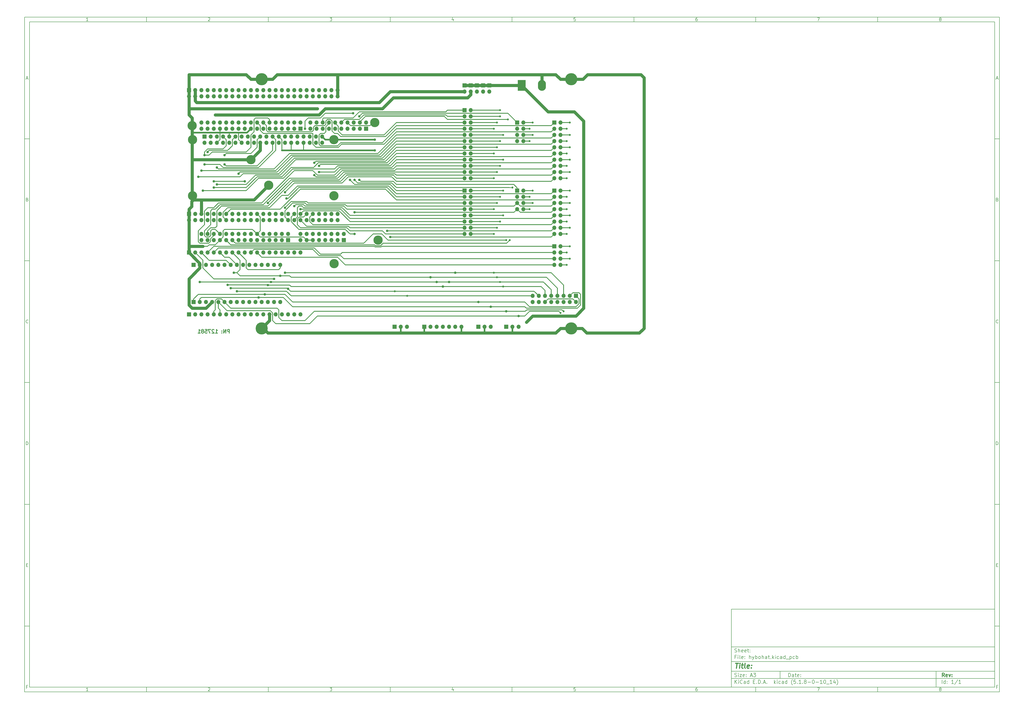
<source format=gbr>
G04 #@! TF.GenerationSoftware,KiCad,Pcbnew,(5.1.8-0-10_14)*
G04 #@! TF.CreationDate,2020-11-12T14:08:57+09:00*
G04 #@! TF.ProjectId,hybohat,6879626f-6861-4742-9e6b-696361645f70,rev?*
G04 #@! TF.SameCoordinates,Original*
G04 #@! TF.FileFunction,Copper,L2,Bot*
G04 #@! TF.FilePolarity,Positive*
%FSLAX46Y46*%
G04 Gerber Fmt 4.6, Leading zero omitted, Abs format (unit mm)*
G04 Created by KiCad (PCBNEW (5.1.8-0-10_14)) date 2020-11-12 14:08:57*
%MOMM*%
%LPD*%
G01*
G04 APERTURE LIST*
%ADD10C,0.100000*%
%ADD11C,0.150000*%
%ADD12C,0.300000*%
%ADD13C,0.400000*%
G04 #@! TA.AperFunction,NonConductor*
%ADD14C,0.300000*%
G04 #@! TD*
G04 #@! TA.AperFunction,ComponentPad*
%ADD15O,1.700000X1.700000*%
G04 #@! TD*
G04 #@! TA.AperFunction,ComponentPad*
%ADD16R,1.700000X1.700000*%
G04 #@! TD*
G04 #@! TA.AperFunction,ComponentPad*
%ADD17C,5.000000*%
G04 #@! TD*
G04 #@! TA.AperFunction,ComponentPad*
%ADD18C,3.810000*%
G04 #@! TD*
G04 #@! TA.AperFunction,ComponentPad*
%ADD19R,3.300001X4.445000*%
G04 #@! TD*
G04 #@! TA.AperFunction,ComponentPad*
%ADD20O,3.300001X4.445000*%
G04 #@! TD*
G04 #@! TA.AperFunction,ViaPad*
%ADD21C,0.800000*%
G04 #@! TD*
G04 #@! TA.AperFunction,ViaPad*
%ADD22C,1.016000*%
G04 #@! TD*
G04 #@! TA.AperFunction,Conductor*
%ADD23C,1.270000*%
G04 #@! TD*
G04 #@! TA.AperFunction,Conductor*
%ADD24C,0.635000*%
G04 #@! TD*
G04 #@! TA.AperFunction,Conductor*
%ADD25C,0.304800*%
G04 #@! TD*
G04 #@! TA.AperFunction,Conductor*
%ADD26C,0.250000*%
G04 #@! TD*
G04 APERTURE END LIST*
D10*
D11*
X299989000Y-253002200D02*
X299989000Y-285002200D01*
X407989000Y-285002200D01*
X407989000Y-253002200D01*
X299989000Y-253002200D01*
D10*
D11*
X10000000Y-10000000D02*
X10000000Y-287002200D01*
X409989000Y-287002200D01*
X409989000Y-10000000D01*
X10000000Y-10000000D01*
D10*
D11*
X12000000Y-12000000D02*
X12000000Y-285002200D01*
X407989000Y-285002200D01*
X407989000Y-12000000D01*
X12000000Y-12000000D01*
D10*
D11*
X60000000Y-12000000D02*
X60000000Y-10000000D01*
D10*
D11*
X110000000Y-12000000D02*
X110000000Y-10000000D01*
D10*
D11*
X160000000Y-12000000D02*
X160000000Y-10000000D01*
D10*
D11*
X210000000Y-12000000D02*
X210000000Y-10000000D01*
D10*
D11*
X260000000Y-12000000D02*
X260000000Y-10000000D01*
D10*
D11*
X310000000Y-12000000D02*
X310000000Y-10000000D01*
D10*
D11*
X360000000Y-12000000D02*
X360000000Y-10000000D01*
D10*
D11*
X36065476Y-11588095D02*
X35322619Y-11588095D01*
X35694047Y-11588095D02*
X35694047Y-10288095D01*
X35570238Y-10473809D01*
X35446428Y-10597619D01*
X35322619Y-10659523D01*
D10*
D11*
X85322619Y-10411904D02*
X85384523Y-10350000D01*
X85508333Y-10288095D01*
X85817857Y-10288095D01*
X85941666Y-10350000D01*
X86003571Y-10411904D01*
X86065476Y-10535714D01*
X86065476Y-10659523D01*
X86003571Y-10845238D01*
X85260714Y-11588095D01*
X86065476Y-11588095D01*
D10*
D11*
X135260714Y-10288095D02*
X136065476Y-10288095D01*
X135632142Y-10783333D01*
X135817857Y-10783333D01*
X135941666Y-10845238D01*
X136003571Y-10907142D01*
X136065476Y-11030952D01*
X136065476Y-11340476D01*
X136003571Y-11464285D01*
X135941666Y-11526190D01*
X135817857Y-11588095D01*
X135446428Y-11588095D01*
X135322619Y-11526190D01*
X135260714Y-11464285D01*
D10*
D11*
X185941666Y-10721428D02*
X185941666Y-11588095D01*
X185632142Y-10226190D02*
X185322619Y-11154761D01*
X186127380Y-11154761D01*
D10*
D11*
X236003571Y-10288095D02*
X235384523Y-10288095D01*
X235322619Y-10907142D01*
X235384523Y-10845238D01*
X235508333Y-10783333D01*
X235817857Y-10783333D01*
X235941666Y-10845238D01*
X236003571Y-10907142D01*
X236065476Y-11030952D01*
X236065476Y-11340476D01*
X236003571Y-11464285D01*
X235941666Y-11526190D01*
X235817857Y-11588095D01*
X235508333Y-11588095D01*
X235384523Y-11526190D01*
X235322619Y-11464285D01*
D10*
D11*
X285941666Y-10288095D02*
X285694047Y-10288095D01*
X285570238Y-10350000D01*
X285508333Y-10411904D01*
X285384523Y-10597619D01*
X285322619Y-10845238D01*
X285322619Y-11340476D01*
X285384523Y-11464285D01*
X285446428Y-11526190D01*
X285570238Y-11588095D01*
X285817857Y-11588095D01*
X285941666Y-11526190D01*
X286003571Y-11464285D01*
X286065476Y-11340476D01*
X286065476Y-11030952D01*
X286003571Y-10907142D01*
X285941666Y-10845238D01*
X285817857Y-10783333D01*
X285570238Y-10783333D01*
X285446428Y-10845238D01*
X285384523Y-10907142D01*
X285322619Y-11030952D01*
D10*
D11*
X335260714Y-10288095D02*
X336127380Y-10288095D01*
X335570238Y-11588095D01*
D10*
D11*
X385570238Y-10845238D02*
X385446428Y-10783333D01*
X385384523Y-10721428D01*
X385322619Y-10597619D01*
X385322619Y-10535714D01*
X385384523Y-10411904D01*
X385446428Y-10350000D01*
X385570238Y-10288095D01*
X385817857Y-10288095D01*
X385941666Y-10350000D01*
X386003571Y-10411904D01*
X386065476Y-10535714D01*
X386065476Y-10597619D01*
X386003571Y-10721428D01*
X385941666Y-10783333D01*
X385817857Y-10845238D01*
X385570238Y-10845238D01*
X385446428Y-10907142D01*
X385384523Y-10969047D01*
X385322619Y-11092857D01*
X385322619Y-11340476D01*
X385384523Y-11464285D01*
X385446428Y-11526190D01*
X385570238Y-11588095D01*
X385817857Y-11588095D01*
X385941666Y-11526190D01*
X386003571Y-11464285D01*
X386065476Y-11340476D01*
X386065476Y-11092857D01*
X386003571Y-10969047D01*
X385941666Y-10907142D01*
X385817857Y-10845238D01*
D10*
D11*
X60000000Y-285002200D02*
X60000000Y-287002200D01*
D10*
D11*
X110000000Y-285002200D02*
X110000000Y-287002200D01*
D10*
D11*
X160000000Y-285002200D02*
X160000000Y-287002200D01*
D10*
D11*
X210000000Y-285002200D02*
X210000000Y-287002200D01*
D10*
D11*
X260000000Y-285002200D02*
X260000000Y-287002200D01*
D10*
D11*
X310000000Y-285002200D02*
X310000000Y-287002200D01*
D10*
D11*
X360000000Y-285002200D02*
X360000000Y-287002200D01*
D10*
D11*
X36065476Y-286590295D02*
X35322619Y-286590295D01*
X35694047Y-286590295D02*
X35694047Y-285290295D01*
X35570238Y-285476009D01*
X35446428Y-285599819D01*
X35322619Y-285661723D01*
D10*
D11*
X85322619Y-285414104D02*
X85384523Y-285352200D01*
X85508333Y-285290295D01*
X85817857Y-285290295D01*
X85941666Y-285352200D01*
X86003571Y-285414104D01*
X86065476Y-285537914D01*
X86065476Y-285661723D01*
X86003571Y-285847438D01*
X85260714Y-286590295D01*
X86065476Y-286590295D01*
D10*
D11*
X135260714Y-285290295D02*
X136065476Y-285290295D01*
X135632142Y-285785533D01*
X135817857Y-285785533D01*
X135941666Y-285847438D01*
X136003571Y-285909342D01*
X136065476Y-286033152D01*
X136065476Y-286342676D01*
X136003571Y-286466485D01*
X135941666Y-286528390D01*
X135817857Y-286590295D01*
X135446428Y-286590295D01*
X135322619Y-286528390D01*
X135260714Y-286466485D01*
D10*
D11*
X185941666Y-285723628D02*
X185941666Y-286590295D01*
X185632142Y-285228390D02*
X185322619Y-286156961D01*
X186127380Y-286156961D01*
D10*
D11*
X236003571Y-285290295D02*
X235384523Y-285290295D01*
X235322619Y-285909342D01*
X235384523Y-285847438D01*
X235508333Y-285785533D01*
X235817857Y-285785533D01*
X235941666Y-285847438D01*
X236003571Y-285909342D01*
X236065476Y-286033152D01*
X236065476Y-286342676D01*
X236003571Y-286466485D01*
X235941666Y-286528390D01*
X235817857Y-286590295D01*
X235508333Y-286590295D01*
X235384523Y-286528390D01*
X235322619Y-286466485D01*
D10*
D11*
X285941666Y-285290295D02*
X285694047Y-285290295D01*
X285570238Y-285352200D01*
X285508333Y-285414104D01*
X285384523Y-285599819D01*
X285322619Y-285847438D01*
X285322619Y-286342676D01*
X285384523Y-286466485D01*
X285446428Y-286528390D01*
X285570238Y-286590295D01*
X285817857Y-286590295D01*
X285941666Y-286528390D01*
X286003571Y-286466485D01*
X286065476Y-286342676D01*
X286065476Y-286033152D01*
X286003571Y-285909342D01*
X285941666Y-285847438D01*
X285817857Y-285785533D01*
X285570238Y-285785533D01*
X285446428Y-285847438D01*
X285384523Y-285909342D01*
X285322619Y-286033152D01*
D10*
D11*
X335260714Y-285290295D02*
X336127380Y-285290295D01*
X335570238Y-286590295D01*
D10*
D11*
X385570238Y-285847438D02*
X385446428Y-285785533D01*
X385384523Y-285723628D01*
X385322619Y-285599819D01*
X385322619Y-285537914D01*
X385384523Y-285414104D01*
X385446428Y-285352200D01*
X385570238Y-285290295D01*
X385817857Y-285290295D01*
X385941666Y-285352200D01*
X386003571Y-285414104D01*
X386065476Y-285537914D01*
X386065476Y-285599819D01*
X386003571Y-285723628D01*
X385941666Y-285785533D01*
X385817857Y-285847438D01*
X385570238Y-285847438D01*
X385446428Y-285909342D01*
X385384523Y-285971247D01*
X385322619Y-286095057D01*
X385322619Y-286342676D01*
X385384523Y-286466485D01*
X385446428Y-286528390D01*
X385570238Y-286590295D01*
X385817857Y-286590295D01*
X385941666Y-286528390D01*
X386003571Y-286466485D01*
X386065476Y-286342676D01*
X386065476Y-286095057D01*
X386003571Y-285971247D01*
X385941666Y-285909342D01*
X385817857Y-285847438D01*
D10*
D11*
X10000000Y-60000000D02*
X12000000Y-60000000D01*
D10*
D11*
X10000000Y-110000000D02*
X12000000Y-110000000D01*
D10*
D11*
X10000000Y-160000000D02*
X12000000Y-160000000D01*
D10*
D11*
X10000000Y-210000000D02*
X12000000Y-210000000D01*
D10*
D11*
X10000000Y-260000000D02*
X12000000Y-260000000D01*
D10*
D11*
X10690476Y-35216666D02*
X11309523Y-35216666D01*
X10566666Y-35588095D02*
X11000000Y-34288095D01*
X11433333Y-35588095D01*
D10*
D11*
X11092857Y-84907142D02*
X11278571Y-84969047D01*
X11340476Y-85030952D01*
X11402380Y-85154761D01*
X11402380Y-85340476D01*
X11340476Y-85464285D01*
X11278571Y-85526190D01*
X11154761Y-85588095D01*
X10659523Y-85588095D01*
X10659523Y-84288095D01*
X11092857Y-84288095D01*
X11216666Y-84350000D01*
X11278571Y-84411904D01*
X11340476Y-84535714D01*
X11340476Y-84659523D01*
X11278571Y-84783333D01*
X11216666Y-84845238D01*
X11092857Y-84907142D01*
X10659523Y-84907142D01*
D10*
D11*
X11402380Y-135464285D02*
X11340476Y-135526190D01*
X11154761Y-135588095D01*
X11030952Y-135588095D01*
X10845238Y-135526190D01*
X10721428Y-135402380D01*
X10659523Y-135278571D01*
X10597619Y-135030952D01*
X10597619Y-134845238D01*
X10659523Y-134597619D01*
X10721428Y-134473809D01*
X10845238Y-134350000D01*
X11030952Y-134288095D01*
X11154761Y-134288095D01*
X11340476Y-134350000D01*
X11402380Y-134411904D01*
D10*
D11*
X10659523Y-185588095D02*
X10659523Y-184288095D01*
X10969047Y-184288095D01*
X11154761Y-184350000D01*
X11278571Y-184473809D01*
X11340476Y-184597619D01*
X11402380Y-184845238D01*
X11402380Y-185030952D01*
X11340476Y-185278571D01*
X11278571Y-185402380D01*
X11154761Y-185526190D01*
X10969047Y-185588095D01*
X10659523Y-185588095D01*
D10*
D11*
X10721428Y-234907142D02*
X11154761Y-234907142D01*
X11340476Y-235588095D02*
X10721428Y-235588095D01*
X10721428Y-234288095D01*
X11340476Y-234288095D01*
D10*
D11*
X11185714Y-284907142D02*
X10752380Y-284907142D01*
X10752380Y-285588095D02*
X10752380Y-284288095D01*
X11371428Y-284288095D01*
D10*
D11*
X409989000Y-60000000D02*
X407989000Y-60000000D01*
D10*
D11*
X409989000Y-110000000D02*
X407989000Y-110000000D01*
D10*
D11*
X409989000Y-160000000D02*
X407989000Y-160000000D01*
D10*
D11*
X409989000Y-210000000D02*
X407989000Y-210000000D01*
D10*
D11*
X409989000Y-260000000D02*
X407989000Y-260000000D01*
D10*
D11*
X408679476Y-35216666D02*
X409298523Y-35216666D01*
X408555666Y-35588095D02*
X408989000Y-34288095D01*
X409422333Y-35588095D01*
D10*
D11*
X409081857Y-84907142D02*
X409267571Y-84969047D01*
X409329476Y-85030952D01*
X409391380Y-85154761D01*
X409391380Y-85340476D01*
X409329476Y-85464285D01*
X409267571Y-85526190D01*
X409143761Y-85588095D01*
X408648523Y-85588095D01*
X408648523Y-84288095D01*
X409081857Y-84288095D01*
X409205666Y-84350000D01*
X409267571Y-84411904D01*
X409329476Y-84535714D01*
X409329476Y-84659523D01*
X409267571Y-84783333D01*
X409205666Y-84845238D01*
X409081857Y-84907142D01*
X408648523Y-84907142D01*
D10*
D11*
X409391380Y-135464285D02*
X409329476Y-135526190D01*
X409143761Y-135588095D01*
X409019952Y-135588095D01*
X408834238Y-135526190D01*
X408710428Y-135402380D01*
X408648523Y-135278571D01*
X408586619Y-135030952D01*
X408586619Y-134845238D01*
X408648523Y-134597619D01*
X408710428Y-134473809D01*
X408834238Y-134350000D01*
X409019952Y-134288095D01*
X409143761Y-134288095D01*
X409329476Y-134350000D01*
X409391380Y-134411904D01*
D10*
D11*
X408648523Y-185588095D02*
X408648523Y-184288095D01*
X408958047Y-184288095D01*
X409143761Y-184350000D01*
X409267571Y-184473809D01*
X409329476Y-184597619D01*
X409391380Y-184845238D01*
X409391380Y-185030952D01*
X409329476Y-185278571D01*
X409267571Y-185402380D01*
X409143761Y-185526190D01*
X408958047Y-185588095D01*
X408648523Y-185588095D01*
D10*
D11*
X408710428Y-234907142D02*
X409143761Y-234907142D01*
X409329476Y-235588095D02*
X408710428Y-235588095D01*
X408710428Y-234288095D01*
X409329476Y-234288095D01*
D10*
D11*
X409174714Y-284907142D02*
X408741380Y-284907142D01*
X408741380Y-285588095D02*
X408741380Y-284288095D01*
X409360428Y-284288095D01*
D10*
D11*
X323421142Y-280780771D02*
X323421142Y-279280771D01*
X323778285Y-279280771D01*
X323992571Y-279352200D01*
X324135428Y-279495057D01*
X324206857Y-279637914D01*
X324278285Y-279923628D01*
X324278285Y-280137914D01*
X324206857Y-280423628D01*
X324135428Y-280566485D01*
X323992571Y-280709342D01*
X323778285Y-280780771D01*
X323421142Y-280780771D01*
X325564000Y-280780771D02*
X325564000Y-279995057D01*
X325492571Y-279852200D01*
X325349714Y-279780771D01*
X325064000Y-279780771D01*
X324921142Y-279852200D01*
X325564000Y-280709342D02*
X325421142Y-280780771D01*
X325064000Y-280780771D01*
X324921142Y-280709342D01*
X324849714Y-280566485D01*
X324849714Y-280423628D01*
X324921142Y-280280771D01*
X325064000Y-280209342D01*
X325421142Y-280209342D01*
X325564000Y-280137914D01*
X326064000Y-279780771D02*
X326635428Y-279780771D01*
X326278285Y-279280771D02*
X326278285Y-280566485D01*
X326349714Y-280709342D01*
X326492571Y-280780771D01*
X326635428Y-280780771D01*
X327706857Y-280709342D02*
X327564000Y-280780771D01*
X327278285Y-280780771D01*
X327135428Y-280709342D01*
X327064000Y-280566485D01*
X327064000Y-279995057D01*
X327135428Y-279852200D01*
X327278285Y-279780771D01*
X327564000Y-279780771D01*
X327706857Y-279852200D01*
X327778285Y-279995057D01*
X327778285Y-280137914D01*
X327064000Y-280280771D01*
X328421142Y-280637914D02*
X328492571Y-280709342D01*
X328421142Y-280780771D01*
X328349714Y-280709342D01*
X328421142Y-280637914D01*
X328421142Y-280780771D01*
X328421142Y-279852200D02*
X328492571Y-279923628D01*
X328421142Y-279995057D01*
X328349714Y-279923628D01*
X328421142Y-279852200D01*
X328421142Y-279995057D01*
D10*
D11*
X299989000Y-281502200D02*
X407989000Y-281502200D01*
D10*
D11*
X301421142Y-283580771D02*
X301421142Y-282080771D01*
X302278285Y-283580771D02*
X301635428Y-282723628D01*
X302278285Y-282080771D02*
X301421142Y-282937914D01*
X302921142Y-283580771D02*
X302921142Y-282580771D01*
X302921142Y-282080771D02*
X302849714Y-282152200D01*
X302921142Y-282223628D01*
X302992571Y-282152200D01*
X302921142Y-282080771D01*
X302921142Y-282223628D01*
X304492571Y-283437914D02*
X304421142Y-283509342D01*
X304206857Y-283580771D01*
X304064000Y-283580771D01*
X303849714Y-283509342D01*
X303706857Y-283366485D01*
X303635428Y-283223628D01*
X303564000Y-282937914D01*
X303564000Y-282723628D01*
X303635428Y-282437914D01*
X303706857Y-282295057D01*
X303849714Y-282152200D01*
X304064000Y-282080771D01*
X304206857Y-282080771D01*
X304421142Y-282152200D01*
X304492571Y-282223628D01*
X305778285Y-283580771D02*
X305778285Y-282795057D01*
X305706857Y-282652200D01*
X305564000Y-282580771D01*
X305278285Y-282580771D01*
X305135428Y-282652200D01*
X305778285Y-283509342D02*
X305635428Y-283580771D01*
X305278285Y-283580771D01*
X305135428Y-283509342D01*
X305064000Y-283366485D01*
X305064000Y-283223628D01*
X305135428Y-283080771D01*
X305278285Y-283009342D01*
X305635428Y-283009342D01*
X305778285Y-282937914D01*
X307135428Y-283580771D02*
X307135428Y-282080771D01*
X307135428Y-283509342D02*
X306992571Y-283580771D01*
X306706857Y-283580771D01*
X306564000Y-283509342D01*
X306492571Y-283437914D01*
X306421142Y-283295057D01*
X306421142Y-282866485D01*
X306492571Y-282723628D01*
X306564000Y-282652200D01*
X306706857Y-282580771D01*
X306992571Y-282580771D01*
X307135428Y-282652200D01*
X308992571Y-282795057D02*
X309492571Y-282795057D01*
X309706857Y-283580771D02*
X308992571Y-283580771D01*
X308992571Y-282080771D01*
X309706857Y-282080771D01*
X310349714Y-283437914D02*
X310421142Y-283509342D01*
X310349714Y-283580771D01*
X310278285Y-283509342D01*
X310349714Y-283437914D01*
X310349714Y-283580771D01*
X311064000Y-283580771D02*
X311064000Y-282080771D01*
X311421142Y-282080771D01*
X311635428Y-282152200D01*
X311778285Y-282295057D01*
X311849714Y-282437914D01*
X311921142Y-282723628D01*
X311921142Y-282937914D01*
X311849714Y-283223628D01*
X311778285Y-283366485D01*
X311635428Y-283509342D01*
X311421142Y-283580771D01*
X311064000Y-283580771D01*
X312564000Y-283437914D02*
X312635428Y-283509342D01*
X312564000Y-283580771D01*
X312492571Y-283509342D01*
X312564000Y-283437914D01*
X312564000Y-283580771D01*
X313206857Y-283152200D02*
X313921142Y-283152200D01*
X313064000Y-283580771D02*
X313564000Y-282080771D01*
X314064000Y-283580771D01*
X314564000Y-283437914D02*
X314635428Y-283509342D01*
X314564000Y-283580771D01*
X314492571Y-283509342D01*
X314564000Y-283437914D01*
X314564000Y-283580771D01*
X317564000Y-283580771D02*
X317564000Y-282080771D01*
X317706857Y-283009342D02*
X318135428Y-283580771D01*
X318135428Y-282580771D02*
X317564000Y-283152200D01*
X318778285Y-283580771D02*
X318778285Y-282580771D01*
X318778285Y-282080771D02*
X318706857Y-282152200D01*
X318778285Y-282223628D01*
X318849714Y-282152200D01*
X318778285Y-282080771D01*
X318778285Y-282223628D01*
X320135428Y-283509342D02*
X319992571Y-283580771D01*
X319706857Y-283580771D01*
X319564000Y-283509342D01*
X319492571Y-283437914D01*
X319421142Y-283295057D01*
X319421142Y-282866485D01*
X319492571Y-282723628D01*
X319564000Y-282652200D01*
X319706857Y-282580771D01*
X319992571Y-282580771D01*
X320135428Y-282652200D01*
X321421142Y-283580771D02*
X321421142Y-282795057D01*
X321349714Y-282652200D01*
X321206857Y-282580771D01*
X320921142Y-282580771D01*
X320778285Y-282652200D01*
X321421142Y-283509342D02*
X321278285Y-283580771D01*
X320921142Y-283580771D01*
X320778285Y-283509342D01*
X320706857Y-283366485D01*
X320706857Y-283223628D01*
X320778285Y-283080771D01*
X320921142Y-283009342D01*
X321278285Y-283009342D01*
X321421142Y-282937914D01*
X322778285Y-283580771D02*
X322778285Y-282080771D01*
X322778285Y-283509342D02*
X322635428Y-283580771D01*
X322349714Y-283580771D01*
X322206857Y-283509342D01*
X322135428Y-283437914D01*
X322064000Y-283295057D01*
X322064000Y-282866485D01*
X322135428Y-282723628D01*
X322206857Y-282652200D01*
X322349714Y-282580771D01*
X322635428Y-282580771D01*
X322778285Y-282652200D01*
X325064000Y-284152200D02*
X324992571Y-284080771D01*
X324849714Y-283866485D01*
X324778285Y-283723628D01*
X324706857Y-283509342D01*
X324635428Y-283152200D01*
X324635428Y-282866485D01*
X324706857Y-282509342D01*
X324778285Y-282295057D01*
X324849714Y-282152200D01*
X324992571Y-281937914D01*
X325064000Y-281866485D01*
X326349714Y-282080771D02*
X325635428Y-282080771D01*
X325564000Y-282795057D01*
X325635428Y-282723628D01*
X325778285Y-282652200D01*
X326135428Y-282652200D01*
X326278285Y-282723628D01*
X326349714Y-282795057D01*
X326421142Y-282937914D01*
X326421142Y-283295057D01*
X326349714Y-283437914D01*
X326278285Y-283509342D01*
X326135428Y-283580771D01*
X325778285Y-283580771D01*
X325635428Y-283509342D01*
X325564000Y-283437914D01*
X327064000Y-283437914D02*
X327135428Y-283509342D01*
X327064000Y-283580771D01*
X326992571Y-283509342D01*
X327064000Y-283437914D01*
X327064000Y-283580771D01*
X328564000Y-283580771D02*
X327706857Y-283580771D01*
X328135428Y-283580771D02*
X328135428Y-282080771D01*
X327992571Y-282295057D01*
X327849714Y-282437914D01*
X327706857Y-282509342D01*
X329206857Y-283437914D02*
X329278285Y-283509342D01*
X329206857Y-283580771D01*
X329135428Y-283509342D01*
X329206857Y-283437914D01*
X329206857Y-283580771D01*
X330135428Y-282723628D02*
X329992571Y-282652200D01*
X329921142Y-282580771D01*
X329849714Y-282437914D01*
X329849714Y-282366485D01*
X329921142Y-282223628D01*
X329992571Y-282152200D01*
X330135428Y-282080771D01*
X330421142Y-282080771D01*
X330564000Y-282152200D01*
X330635428Y-282223628D01*
X330706857Y-282366485D01*
X330706857Y-282437914D01*
X330635428Y-282580771D01*
X330564000Y-282652200D01*
X330421142Y-282723628D01*
X330135428Y-282723628D01*
X329992571Y-282795057D01*
X329921142Y-282866485D01*
X329849714Y-283009342D01*
X329849714Y-283295057D01*
X329921142Y-283437914D01*
X329992571Y-283509342D01*
X330135428Y-283580771D01*
X330421142Y-283580771D01*
X330564000Y-283509342D01*
X330635428Y-283437914D01*
X330706857Y-283295057D01*
X330706857Y-283009342D01*
X330635428Y-282866485D01*
X330564000Y-282795057D01*
X330421142Y-282723628D01*
X331349714Y-283009342D02*
X332492571Y-283009342D01*
X333492571Y-282080771D02*
X333635428Y-282080771D01*
X333778285Y-282152200D01*
X333849714Y-282223628D01*
X333921142Y-282366485D01*
X333992571Y-282652200D01*
X333992571Y-283009342D01*
X333921142Y-283295057D01*
X333849714Y-283437914D01*
X333778285Y-283509342D01*
X333635428Y-283580771D01*
X333492571Y-283580771D01*
X333349714Y-283509342D01*
X333278285Y-283437914D01*
X333206857Y-283295057D01*
X333135428Y-283009342D01*
X333135428Y-282652200D01*
X333206857Y-282366485D01*
X333278285Y-282223628D01*
X333349714Y-282152200D01*
X333492571Y-282080771D01*
X334635428Y-283009342D02*
X335778285Y-283009342D01*
X337278285Y-283580771D02*
X336421142Y-283580771D01*
X336849714Y-283580771D02*
X336849714Y-282080771D01*
X336706857Y-282295057D01*
X336564000Y-282437914D01*
X336421142Y-282509342D01*
X338206857Y-282080771D02*
X338349714Y-282080771D01*
X338492571Y-282152200D01*
X338564000Y-282223628D01*
X338635428Y-282366485D01*
X338706857Y-282652200D01*
X338706857Y-283009342D01*
X338635428Y-283295057D01*
X338564000Y-283437914D01*
X338492571Y-283509342D01*
X338349714Y-283580771D01*
X338206857Y-283580771D01*
X338064000Y-283509342D01*
X337992571Y-283437914D01*
X337921142Y-283295057D01*
X337849714Y-283009342D01*
X337849714Y-282652200D01*
X337921142Y-282366485D01*
X337992571Y-282223628D01*
X338064000Y-282152200D01*
X338206857Y-282080771D01*
X338992571Y-283723628D02*
X340135428Y-283723628D01*
X341278285Y-283580771D02*
X340421142Y-283580771D01*
X340849714Y-283580771D02*
X340849714Y-282080771D01*
X340706857Y-282295057D01*
X340564000Y-282437914D01*
X340421142Y-282509342D01*
X342564000Y-282580771D02*
X342564000Y-283580771D01*
X342206857Y-282009342D02*
X341849714Y-283080771D01*
X342778285Y-283080771D01*
X343206857Y-284152200D02*
X343278285Y-284080771D01*
X343421142Y-283866485D01*
X343492571Y-283723628D01*
X343564000Y-283509342D01*
X343635428Y-283152200D01*
X343635428Y-282866485D01*
X343564000Y-282509342D01*
X343492571Y-282295057D01*
X343421142Y-282152200D01*
X343278285Y-281937914D01*
X343206857Y-281866485D01*
D10*
D11*
X299989000Y-278502200D02*
X407989000Y-278502200D01*
D10*
D12*
X387398285Y-280780771D02*
X386898285Y-280066485D01*
X386541142Y-280780771D02*
X386541142Y-279280771D01*
X387112571Y-279280771D01*
X387255428Y-279352200D01*
X387326857Y-279423628D01*
X387398285Y-279566485D01*
X387398285Y-279780771D01*
X387326857Y-279923628D01*
X387255428Y-279995057D01*
X387112571Y-280066485D01*
X386541142Y-280066485D01*
X388612571Y-280709342D02*
X388469714Y-280780771D01*
X388184000Y-280780771D01*
X388041142Y-280709342D01*
X387969714Y-280566485D01*
X387969714Y-279995057D01*
X388041142Y-279852200D01*
X388184000Y-279780771D01*
X388469714Y-279780771D01*
X388612571Y-279852200D01*
X388684000Y-279995057D01*
X388684000Y-280137914D01*
X387969714Y-280280771D01*
X389184000Y-279780771D02*
X389541142Y-280780771D01*
X389898285Y-279780771D01*
X390469714Y-280637914D02*
X390541142Y-280709342D01*
X390469714Y-280780771D01*
X390398285Y-280709342D01*
X390469714Y-280637914D01*
X390469714Y-280780771D01*
X390469714Y-279852200D02*
X390541142Y-279923628D01*
X390469714Y-279995057D01*
X390398285Y-279923628D01*
X390469714Y-279852200D01*
X390469714Y-279995057D01*
D10*
D11*
X301349714Y-280709342D02*
X301564000Y-280780771D01*
X301921142Y-280780771D01*
X302064000Y-280709342D01*
X302135428Y-280637914D01*
X302206857Y-280495057D01*
X302206857Y-280352200D01*
X302135428Y-280209342D01*
X302064000Y-280137914D01*
X301921142Y-280066485D01*
X301635428Y-279995057D01*
X301492571Y-279923628D01*
X301421142Y-279852200D01*
X301349714Y-279709342D01*
X301349714Y-279566485D01*
X301421142Y-279423628D01*
X301492571Y-279352200D01*
X301635428Y-279280771D01*
X301992571Y-279280771D01*
X302206857Y-279352200D01*
X302849714Y-280780771D02*
X302849714Y-279780771D01*
X302849714Y-279280771D02*
X302778285Y-279352200D01*
X302849714Y-279423628D01*
X302921142Y-279352200D01*
X302849714Y-279280771D01*
X302849714Y-279423628D01*
X303421142Y-279780771D02*
X304206857Y-279780771D01*
X303421142Y-280780771D01*
X304206857Y-280780771D01*
X305349714Y-280709342D02*
X305206857Y-280780771D01*
X304921142Y-280780771D01*
X304778285Y-280709342D01*
X304706857Y-280566485D01*
X304706857Y-279995057D01*
X304778285Y-279852200D01*
X304921142Y-279780771D01*
X305206857Y-279780771D01*
X305349714Y-279852200D01*
X305421142Y-279995057D01*
X305421142Y-280137914D01*
X304706857Y-280280771D01*
X306064000Y-280637914D02*
X306135428Y-280709342D01*
X306064000Y-280780771D01*
X305992571Y-280709342D01*
X306064000Y-280637914D01*
X306064000Y-280780771D01*
X306064000Y-279852200D02*
X306135428Y-279923628D01*
X306064000Y-279995057D01*
X305992571Y-279923628D01*
X306064000Y-279852200D01*
X306064000Y-279995057D01*
X307849714Y-280352200D02*
X308564000Y-280352200D01*
X307706857Y-280780771D02*
X308206857Y-279280771D01*
X308706857Y-280780771D01*
X309064000Y-279280771D02*
X309992571Y-279280771D01*
X309492571Y-279852200D01*
X309706857Y-279852200D01*
X309849714Y-279923628D01*
X309921142Y-279995057D01*
X309992571Y-280137914D01*
X309992571Y-280495057D01*
X309921142Y-280637914D01*
X309849714Y-280709342D01*
X309706857Y-280780771D01*
X309278285Y-280780771D01*
X309135428Y-280709342D01*
X309064000Y-280637914D01*
D10*
D11*
X386421142Y-283580771D02*
X386421142Y-282080771D01*
X387778285Y-283580771D02*
X387778285Y-282080771D01*
X387778285Y-283509342D02*
X387635428Y-283580771D01*
X387349714Y-283580771D01*
X387206857Y-283509342D01*
X387135428Y-283437914D01*
X387064000Y-283295057D01*
X387064000Y-282866485D01*
X387135428Y-282723628D01*
X387206857Y-282652200D01*
X387349714Y-282580771D01*
X387635428Y-282580771D01*
X387778285Y-282652200D01*
X388492571Y-283437914D02*
X388564000Y-283509342D01*
X388492571Y-283580771D01*
X388421142Y-283509342D01*
X388492571Y-283437914D01*
X388492571Y-283580771D01*
X388492571Y-282652200D02*
X388564000Y-282723628D01*
X388492571Y-282795057D01*
X388421142Y-282723628D01*
X388492571Y-282652200D01*
X388492571Y-282795057D01*
X391135428Y-283580771D02*
X390278285Y-283580771D01*
X390706857Y-283580771D02*
X390706857Y-282080771D01*
X390564000Y-282295057D01*
X390421142Y-282437914D01*
X390278285Y-282509342D01*
X392849714Y-282009342D02*
X391564000Y-283937914D01*
X394135428Y-283580771D02*
X393278285Y-283580771D01*
X393706857Y-283580771D02*
X393706857Y-282080771D01*
X393564000Y-282295057D01*
X393421142Y-282437914D01*
X393278285Y-282509342D01*
D10*
D11*
X299989000Y-274502200D02*
X407989000Y-274502200D01*
D10*
D13*
X301701380Y-275206961D02*
X302844238Y-275206961D01*
X302022809Y-277206961D02*
X302272809Y-275206961D01*
X303260904Y-277206961D02*
X303427571Y-275873628D01*
X303510904Y-275206961D02*
X303403761Y-275302200D01*
X303487095Y-275397438D01*
X303594238Y-275302200D01*
X303510904Y-275206961D01*
X303487095Y-275397438D01*
X304094238Y-275873628D02*
X304856142Y-275873628D01*
X304463285Y-275206961D02*
X304249000Y-276921247D01*
X304320428Y-277111723D01*
X304499000Y-277206961D01*
X304689476Y-277206961D01*
X305641857Y-277206961D02*
X305463285Y-277111723D01*
X305391857Y-276921247D01*
X305606142Y-275206961D01*
X307177571Y-277111723D02*
X306975190Y-277206961D01*
X306594238Y-277206961D01*
X306415666Y-277111723D01*
X306344238Y-276921247D01*
X306439476Y-276159342D01*
X306558523Y-275968866D01*
X306760904Y-275873628D01*
X307141857Y-275873628D01*
X307320428Y-275968866D01*
X307391857Y-276159342D01*
X307368047Y-276349819D01*
X306391857Y-276540295D01*
X308141857Y-277016485D02*
X308225190Y-277111723D01*
X308118047Y-277206961D01*
X308034714Y-277111723D01*
X308141857Y-277016485D01*
X308118047Y-277206961D01*
X308272809Y-275968866D02*
X308356142Y-276064104D01*
X308249000Y-276159342D01*
X308165666Y-276064104D01*
X308272809Y-275968866D01*
X308249000Y-276159342D01*
D10*
D11*
X301921142Y-272595057D02*
X301421142Y-272595057D01*
X301421142Y-273380771D02*
X301421142Y-271880771D01*
X302135428Y-271880771D01*
X302706857Y-273380771D02*
X302706857Y-272380771D01*
X302706857Y-271880771D02*
X302635428Y-271952200D01*
X302706857Y-272023628D01*
X302778285Y-271952200D01*
X302706857Y-271880771D01*
X302706857Y-272023628D01*
X303635428Y-273380771D02*
X303492571Y-273309342D01*
X303421142Y-273166485D01*
X303421142Y-271880771D01*
X304778285Y-273309342D02*
X304635428Y-273380771D01*
X304349714Y-273380771D01*
X304206857Y-273309342D01*
X304135428Y-273166485D01*
X304135428Y-272595057D01*
X304206857Y-272452200D01*
X304349714Y-272380771D01*
X304635428Y-272380771D01*
X304778285Y-272452200D01*
X304849714Y-272595057D01*
X304849714Y-272737914D01*
X304135428Y-272880771D01*
X305492571Y-273237914D02*
X305564000Y-273309342D01*
X305492571Y-273380771D01*
X305421142Y-273309342D01*
X305492571Y-273237914D01*
X305492571Y-273380771D01*
X305492571Y-272452200D02*
X305564000Y-272523628D01*
X305492571Y-272595057D01*
X305421142Y-272523628D01*
X305492571Y-272452200D01*
X305492571Y-272595057D01*
X307349714Y-273380771D02*
X307349714Y-271880771D01*
X307992571Y-273380771D02*
X307992571Y-272595057D01*
X307921142Y-272452200D01*
X307778285Y-272380771D01*
X307564000Y-272380771D01*
X307421142Y-272452200D01*
X307349714Y-272523628D01*
X308564000Y-272380771D02*
X308921142Y-273380771D01*
X309278285Y-272380771D02*
X308921142Y-273380771D01*
X308778285Y-273737914D01*
X308706857Y-273809342D01*
X308564000Y-273880771D01*
X309849714Y-273380771D02*
X309849714Y-271880771D01*
X309849714Y-272452200D02*
X309992571Y-272380771D01*
X310278285Y-272380771D01*
X310421142Y-272452200D01*
X310492571Y-272523628D01*
X310564000Y-272666485D01*
X310564000Y-273095057D01*
X310492571Y-273237914D01*
X310421142Y-273309342D01*
X310278285Y-273380771D01*
X309992571Y-273380771D01*
X309849714Y-273309342D01*
X311421142Y-273380771D02*
X311278285Y-273309342D01*
X311206857Y-273237914D01*
X311135428Y-273095057D01*
X311135428Y-272666485D01*
X311206857Y-272523628D01*
X311278285Y-272452200D01*
X311421142Y-272380771D01*
X311635428Y-272380771D01*
X311778285Y-272452200D01*
X311849714Y-272523628D01*
X311921142Y-272666485D01*
X311921142Y-273095057D01*
X311849714Y-273237914D01*
X311778285Y-273309342D01*
X311635428Y-273380771D01*
X311421142Y-273380771D01*
X312564000Y-273380771D02*
X312564000Y-271880771D01*
X313206857Y-273380771D02*
X313206857Y-272595057D01*
X313135428Y-272452200D01*
X312992571Y-272380771D01*
X312778285Y-272380771D01*
X312635428Y-272452200D01*
X312564000Y-272523628D01*
X314564000Y-273380771D02*
X314564000Y-272595057D01*
X314492571Y-272452200D01*
X314349714Y-272380771D01*
X314064000Y-272380771D01*
X313921142Y-272452200D01*
X314564000Y-273309342D02*
X314421142Y-273380771D01*
X314064000Y-273380771D01*
X313921142Y-273309342D01*
X313849714Y-273166485D01*
X313849714Y-273023628D01*
X313921142Y-272880771D01*
X314064000Y-272809342D01*
X314421142Y-272809342D01*
X314564000Y-272737914D01*
X315064000Y-272380771D02*
X315635428Y-272380771D01*
X315278285Y-271880771D02*
X315278285Y-273166485D01*
X315349714Y-273309342D01*
X315492571Y-273380771D01*
X315635428Y-273380771D01*
X316135428Y-273237914D02*
X316206857Y-273309342D01*
X316135428Y-273380771D01*
X316064000Y-273309342D01*
X316135428Y-273237914D01*
X316135428Y-273380771D01*
X316849714Y-273380771D02*
X316849714Y-271880771D01*
X316992571Y-272809342D02*
X317421142Y-273380771D01*
X317421142Y-272380771D02*
X316849714Y-272952200D01*
X318064000Y-273380771D02*
X318064000Y-272380771D01*
X318064000Y-271880771D02*
X317992571Y-271952200D01*
X318064000Y-272023628D01*
X318135428Y-271952200D01*
X318064000Y-271880771D01*
X318064000Y-272023628D01*
X319421142Y-273309342D02*
X319278285Y-273380771D01*
X318992571Y-273380771D01*
X318849714Y-273309342D01*
X318778285Y-273237914D01*
X318706857Y-273095057D01*
X318706857Y-272666485D01*
X318778285Y-272523628D01*
X318849714Y-272452200D01*
X318992571Y-272380771D01*
X319278285Y-272380771D01*
X319421142Y-272452200D01*
X320706857Y-273380771D02*
X320706857Y-272595057D01*
X320635428Y-272452200D01*
X320492571Y-272380771D01*
X320206857Y-272380771D01*
X320064000Y-272452200D01*
X320706857Y-273309342D02*
X320564000Y-273380771D01*
X320206857Y-273380771D01*
X320064000Y-273309342D01*
X319992571Y-273166485D01*
X319992571Y-273023628D01*
X320064000Y-272880771D01*
X320206857Y-272809342D01*
X320564000Y-272809342D01*
X320706857Y-272737914D01*
X322064000Y-273380771D02*
X322064000Y-271880771D01*
X322064000Y-273309342D02*
X321921142Y-273380771D01*
X321635428Y-273380771D01*
X321492571Y-273309342D01*
X321421142Y-273237914D01*
X321349714Y-273095057D01*
X321349714Y-272666485D01*
X321421142Y-272523628D01*
X321492571Y-272452200D01*
X321635428Y-272380771D01*
X321921142Y-272380771D01*
X322064000Y-272452200D01*
X322421142Y-273523628D02*
X323564000Y-273523628D01*
X323921142Y-272380771D02*
X323921142Y-273880771D01*
X323921142Y-272452200D02*
X324064000Y-272380771D01*
X324349714Y-272380771D01*
X324492571Y-272452200D01*
X324564000Y-272523628D01*
X324635428Y-272666485D01*
X324635428Y-273095057D01*
X324564000Y-273237914D01*
X324492571Y-273309342D01*
X324349714Y-273380771D01*
X324064000Y-273380771D01*
X323921142Y-273309342D01*
X325921142Y-273309342D02*
X325778285Y-273380771D01*
X325492571Y-273380771D01*
X325349714Y-273309342D01*
X325278285Y-273237914D01*
X325206857Y-273095057D01*
X325206857Y-272666485D01*
X325278285Y-272523628D01*
X325349714Y-272452200D01*
X325492571Y-272380771D01*
X325778285Y-272380771D01*
X325921142Y-272452200D01*
X326564000Y-273380771D02*
X326564000Y-271880771D01*
X326564000Y-272452200D02*
X326706857Y-272380771D01*
X326992571Y-272380771D01*
X327135428Y-272452200D01*
X327206857Y-272523628D01*
X327278285Y-272666485D01*
X327278285Y-273095057D01*
X327206857Y-273237914D01*
X327135428Y-273309342D01*
X326992571Y-273380771D01*
X326706857Y-273380771D01*
X326564000Y-273309342D01*
D10*
D11*
X299989000Y-268502200D02*
X407989000Y-268502200D01*
D10*
D11*
X301349714Y-270609342D02*
X301564000Y-270680771D01*
X301921142Y-270680771D01*
X302064000Y-270609342D01*
X302135428Y-270537914D01*
X302206857Y-270395057D01*
X302206857Y-270252200D01*
X302135428Y-270109342D01*
X302064000Y-270037914D01*
X301921142Y-269966485D01*
X301635428Y-269895057D01*
X301492571Y-269823628D01*
X301421142Y-269752200D01*
X301349714Y-269609342D01*
X301349714Y-269466485D01*
X301421142Y-269323628D01*
X301492571Y-269252200D01*
X301635428Y-269180771D01*
X301992571Y-269180771D01*
X302206857Y-269252200D01*
X302849714Y-270680771D02*
X302849714Y-269180771D01*
X303492571Y-270680771D02*
X303492571Y-269895057D01*
X303421142Y-269752200D01*
X303278285Y-269680771D01*
X303064000Y-269680771D01*
X302921142Y-269752200D01*
X302849714Y-269823628D01*
X304778285Y-270609342D02*
X304635428Y-270680771D01*
X304349714Y-270680771D01*
X304206857Y-270609342D01*
X304135428Y-270466485D01*
X304135428Y-269895057D01*
X304206857Y-269752200D01*
X304349714Y-269680771D01*
X304635428Y-269680771D01*
X304778285Y-269752200D01*
X304849714Y-269895057D01*
X304849714Y-270037914D01*
X304135428Y-270180771D01*
X306064000Y-270609342D02*
X305921142Y-270680771D01*
X305635428Y-270680771D01*
X305492571Y-270609342D01*
X305421142Y-270466485D01*
X305421142Y-269895057D01*
X305492571Y-269752200D01*
X305635428Y-269680771D01*
X305921142Y-269680771D01*
X306064000Y-269752200D01*
X306135428Y-269895057D01*
X306135428Y-270037914D01*
X305421142Y-270180771D01*
X306564000Y-269680771D02*
X307135428Y-269680771D01*
X306778285Y-269180771D02*
X306778285Y-270466485D01*
X306849714Y-270609342D01*
X306992571Y-270680771D01*
X307135428Y-270680771D01*
X307635428Y-270537914D02*
X307706857Y-270609342D01*
X307635428Y-270680771D01*
X307564000Y-270609342D01*
X307635428Y-270537914D01*
X307635428Y-270680771D01*
X307635428Y-269752200D02*
X307706857Y-269823628D01*
X307635428Y-269895057D01*
X307564000Y-269823628D01*
X307635428Y-269752200D01*
X307635428Y-269895057D01*
D10*
D11*
X319989000Y-278502200D02*
X319989000Y-281502200D01*
D10*
D11*
X383989000Y-278502200D02*
X383989000Y-285002200D01*
D14*
X94022857Y-139743571D02*
X94022857Y-138243571D01*
X93451428Y-138243571D01*
X93308571Y-138315000D01*
X93237142Y-138386428D01*
X93165714Y-138529285D01*
X93165714Y-138743571D01*
X93237142Y-138886428D01*
X93308571Y-138957857D01*
X93451428Y-139029285D01*
X94022857Y-139029285D01*
X92522857Y-139743571D02*
X92522857Y-138243571D01*
X91665714Y-139743571D01*
X91665714Y-138243571D01*
X90951428Y-139600714D02*
X90880000Y-139672142D01*
X90951428Y-139743571D01*
X91022857Y-139672142D01*
X90951428Y-139600714D01*
X90951428Y-139743571D01*
X90951428Y-138815000D02*
X90880000Y-138886428D01*
X90951428Y-138957857D01*
X91022857Y-138886428D01*
X90951428Y-138815000D01*
X90951428Y-138957857D01*
X88308571Y-139743571D02*
X89165714Y-139743571D01*
X88737142Y-139743571D02*
X88737142Y-138243571D01*
X88880000Y-138457857D01*
X89022857Y-138600714D01*
X89165714Y-138672142D01*
X87737142Y-138386428D02*
X87665714Y-138315000D01*
X87522857Y-138243571D01*
X87165714Y-138243571D01*
X87022857Y-138315000D01*
X86951428Y-138386428D01*
X86880000Y-138529285D01*
X86880000Y-138672142D01*
X86951428Y-138886428D01*
X87808571Y-139743571D01*
X86880000Y-139743571D01*
X86380000Y-138243571D02*
X85380000Y-138243571D01*
X86022857Y-139743571D01*
X84094285Y-138243571D02*
X84808571Y-138243571D01*
X84880000Y-138957857D01*
X84808571Y-138886428D01*
X84665714Y-138815000D01*
X84308571Y-138815000D01*
X84165714Y-138886428D01*
X84094285Y-138957857D01*
X84022857Y-139100714D01*
X84022857Y-139457857D01*
X84094285Y-139600714D01*
X84165714Y-139672142D01*
X84308571Y-139743571D01*
X84665714Y-139743571D01*
X84808571Y-139672142D01*
X84880000Y-139600714D01*
X83165714Y-138886428D02*
X83308571Y-138815000D01*
X83380000Y-138743571D01*
X83451428Y-138600714D01*
X83451428Y-138529285D01*
X83380000Y-138386428D01*
X83308571Y-138315000D01*
X83165714Y-138243571D01*
X82880000Y-138243571D01*
X82737142Y-138315000D01*
X82665714Y-138386428D01*
X82594285Y-138529285D01*
X82594285Y-138600714D01*
X82665714Y-138743571D01*
X82737142Y-138815000D01*
X82880000Y-138886428D01*
X83165714Y-138886428D01*
X83308571Y-138957857D01*
X83380000Y-139029285D01*
X83451428Y-139172142D01*
X83451428Y-139457857D01*
X83380000Y-139600714D01*
X83308571Y-139672142D01*
X83165714Y-139743571D01*
X82880000Y-139743571D01*
X82737142Y-139672142D01*
X82665714Y-139600714D01*
X82594285Y-139457857D01*
X82594285Y-139172142D01*
X82665714Y-139029285D01*
X82737142Y-138957857D01*
X82880000Y-138886428D01*
X81165714Y-139743571D02*
X82022857Y-139743571D01*
X81594285Y-139743571D02*
X81594285Y-138243571D01*
X81737142Y-138457857D01*
X81880000Y-138600714D01*
X82022857Y-138672142D01*
D15*
X123190000Y-99060000D03*
X123190000Y-101600000D03*
X125730000Y-99060000D03*
X125730000Y-101600000D03*
X128270000Y-99060000D03*
X128270000Y-101600000D03*
X130810000Y-99060000D03*
X130810000Y-101600000D03*
X133350000Y-99060000D03*
X133350000Y-101600000D03*
X135890000Y-99060000D03*
X135890000Y-101600000D03*
X138430000Y-99060000D03*
X138430000Y-101600000D03*
X140970000Y-99060000D03*
D16*
X140970000Y-101600000D03*
D17*
X107315000Y-35560000D03*
D18*
X78952540Y-60325000D03*
X136950000Y-83333000D03*
X136950000Y-60325000D03*
X136956800Y-111252000D03*
D15*
X82550000Y-99060000D03*
X82550000Y-101600000D03*
X85090000Y-99060000D03*
X85090000Y-101600000D03*
X87630000Y-99060000D03*
X87630000Y-101600000D03*
X90170000Y-99060000D03*
X90170000Y-101600000D03*
X92710000Y-99060000D03*
X92710000Y-101600000D03*
X95250000Y-99060000D03*
X95250000Y-101600000D03*
X97790000Y-99060000D03*
X97790000Y-101600000D03*
X100330000Y-99060000D03*
X100330000Y-101600000D03*
X102870000Y-99060000D03*
X102870000Y-101600000D03*
X105410000Y-99060000D03*
X105410000Y-101600000D03*
X107950000Y-99060000D03*
X107950000Y-101600000D03*
X110490000Y-99060000D03*
X110490000Y-101600000D03*
X113030000Y-99060000D03*
X113030000Y-101600000D03*
X115570000Y-99060000D03*
X115570000Y-101600000D03*
X118110000Y-99060000D03*
D16*
X118110000Y-101600000D03*
D18*
X102870000Y-68580000D03*
X78740000Y-54610000D03*
D19*
X213995000Y-38100000D03*
D20*
X222250000Y-38100000D03*
D15*
X198120000Y-40640000D03*
D16*
X198120000Y-38100000D03*
D15*
X195580000Y-40640000D03*
D16*
X195580000Y-38100000D03*
D15*
X190500000Y-40640000D03*
D16*
X190500000Y-38100000D03*
D15*
X193040000Y-40640000D03*
D16*
X193040000Y-38100000D03*
D15*
X200660000Y-40640000D03*
D16*
X200660000Y-38100000D03*
D18*
X153670000Y-53340000D03*
X78950000Y-83333000D03*
X155016200Y-101600000D03*
D17*
X234315000Y-35560000D03*
D15*
X114935000Y-127000000D03*
X112395000Y-127000000D03*
X109855000Y-127000000D03*
X107315000Y-127000000D03*
X104775000Y-127000000D03*
X102235000Y-127000000D03*
X99695000Y-127000000D03*
X97155000Y-127000000D03*
X94615000Y-127000000D03*
X92075000Y-127000000D03*
X89535000Y-127000000D03*
X86995000Y-127000000D03*
X84455000Y-127000000D03*
X81915000Y-127000000D03*
D16*
X79375000Y-127000000D03*
D15*
X138430000Y-42545000D03*
X138430000Y-40005000D03*
X135890000Y-42545000D03*
X135890000Y-40005000D03*
X133350000Y-42545000D03*
X133350000Y-40005000D03*
X130810000Y-42545000D03*
X130810000Y-40005000D03*
X128270000Y-42545000D03*
X128270000Y-40005000D03*
X125730000Y-42545000D03*
X125730000Y-40005000D03*
X123190000Y-42545000D03*
X123190000Y-40005000D03*
X120650000Y-42545000D03*
X120650000Y-40005000D03*
X118110000Y-42545000D03*
X118110000Y-40005000D03*
X115570000Y-42545000D03*
X115570000Y-40005000D03*
X113030000Y-42545000D03*
X113030000Y-40005000D03*
X110490000Y-42545000D03*
X110490000Y-40005000D03*
X107950000Y-42545000D03*
X107950000Y-40005000D03*
X105410000Y-42545000D03*
X105410000Y-40005000D03*
X102870000Y-42545000D03*
X102870000Y-40005000D03*
X100330000Y-42545000D03*
X100330000Y-40005000D03*
X97790000Y-42545000D03*
X97790000Y-40005000D03*
X95250000Y-42545000D03*
X95250000Y-40005000D03*
X92710000Y-42545000D03*
X92710000Y-40005000D03*
X90170000Y-42545000D03*
X90170000Y-40005000D03*
X87630000Y-42545000D03*
X87630000Y-40005000D03*
X85090000Y-42545000D03*
X85090000Y-40005000D03*
X82550000Y-42545000D03*
X82550000Y-40005000D03*
X80010000Y-42545000D03*
X80010000Y-40005000D03*
X77470000Y-42545000D03*
D16*
X77470000Y-40005000D03*
D15*
X166920000Y-137160000D03*
X164380000Y-137160000D03*
D16*
X161840000Y-137160000D03*
D15*
X189230000Y-137160000D03*
X186690000Y-137160000D03*
X184150000Y-137160000D03*
X181610000Y-137160000D03*
X179070000Y-137160000D03*
X176530000Y-137160000D03*
D16*
X173990000Y-137160000D03*
D15*
X201295000Y-137160000D03*
X198755000Y-137160000D03*
D16*
X196215000Y-137160000D03*
D15*
X212725000Y-137160000D03*
X210185000Y-137160000D03*
D16*
X207645000Y-137160000D03*
D15*
X218440000Y-127000000D03*
X218440000Y-124460000D03*
X220980000Y-127000000D03*
X220980000Y-124460000D03*
X223520000Y-127000000D03*
X223520000Y-124460000D03*
X226060000Y-127000000D03*
X226060000Y-124460000D03*
X228600000Y-127000000D03*
X228600000Y-124460000D03*
X231140000Y-127000000D03*
X231140000Y-124460000D03*
X233680000Y-127000000D03*
X233680000Y-124460000D03*
X236220000Y-127000000D03*
D16*
X236220000Y-124460000D03*
D15*
X214630000Y-88900000D03*
X212090000Y-88900000D03*
X214630000Y-86360000D03*
X212090000Y-86360000D03*
X214630000Y-83820000D03*
X212090000Y-83820000D03*
X214630000Y-81280000D03*
D16*
X212090000Y-81280000D03*
D15*
X229870000Y-111760000D03*
X227330000Y-111760000D03*
X229870000Y-109220000D03*
X227330000Y-109220000D03*
X229870000Y-106680000D03*
X227330000Y-106680000D03*
X229870000Y-104140000D03*
D16*
X227330000Y-104140000D03*
D15*
X214630000Y-60960000D03*
X212090000Y-60960000D03*
X214630000Y-58420000D03*
X212090000Y-58420000D03*
X214630000Y-55880000D03*
X212090000Y-55880000D03*
X214630000Y-53340000D03*
D16*
X212090000Y-53340000D03*
D15*
X229870000Y-99060000D03*
X227330000Y-99060000D03*
X229870000Y-96520000D03*
X227330000Y-96520000D03*
X229870000Y-93980000D03*
X227330000Y-93980000D03*
X229870000Y-91440000D03*
X227330000Y-91440000D03*
X229870000Y-88900000D03*
X227330000Y-88900000D03*
X229870000Y-86360000D03*
X227330000Y-86360000D03*
X229870000Y-83820000D03*
X227330000Y-83820000D03*
X229870000Y-81280000D03*
D16*
X227330000Y-81280000D03*
D15*
X229870000Y-76200000D03*
X227330000Y-76200000D03*
X229870000Y-73660000D03*
X227330000Y-73660000D03*
X229870000Y-71120000D03*
X227330000Y-71120000D03*
X229870000Y-68580000D03*
X227330000Y-68580000D03*
X229870000Y-66040000D03*
X227330000Y-66040000D03*
X229870000Y-63500000D03*
X227330000Y-63500000D03*
X229870000Y-60960000D03*
X227330000Y-60960000D03*
X229870000Y-58420000D03*
X227330000Y-58420000D03*
X229870000Y-55880000D03*
X227330000Y-55880000D03*
X229870000Y-53340000D03*
D16*
X227330000Y-53340000D03*
D15*
X193040000Y-99060000D03*
X190500000Y-99060000D03*
X193040000Y-96520000D03*
X190500000Y-96520000D03*
X193040000Y-93980000D03*
X190500000Y-93980000D03*
X193040000Y-91440000D03*
X190500000Y-91440000D03*
X193040000Y-88900000D03*
X190500000Y-88900000D03*
X193040000Y-86360000D03*
X190500000Y-86360000D03*
X193040000Y-83820000D03*
X190500000Y-83820000D03*
X193040000Y-81280000D03*
D16*
X190500000Y-81280000D03*
D15*
X193040000Y-76200000D03*
X190500000Y-76200000D03*
X193040000Y-73660000D03*
X190500000Y-73660000D03*
X193040000Y-71120000D03*
X190500000Y-71120000D03*
X193040000Y-68580000D03*
X190500000Y-68580000D03*
X193040000Y-66040000D03*
X190500000Y-66040000D03*
X193040000Y-63500000D03*
X190500000Y-63500000D03*
X193040000Y-60960000D03*
X190500000Y-60960000D03*
X193040000Y-58420000D03*
X190500000Y-58420000D03*
X193040000Y-55880000D03*
X190500000Y-55880000D03*
X193040000Y-53340000D03*
X190500000Y-53340000D03*
X193040000Y-50800000D03*
X190500000Y-50800000D03*
X193040000Y-48260000D03*
D16*
X190500000Y-48260000D03*
D15*
X123190000Y-132080000D03*
X120650000Y-132080000D03*
X118110000Y-132080000D03*
X115570000Y-132080000D03*
X113030000Y-132080000D03*
X110490000Y-132080000D03*
X107950000Y-132080000D03*
X105410000Y-132080000D03*
X102870000Y-132080000D03*
X100330000Y-132080000D03*
X97790000Y-132080000D03*
X95250000Y-132080000D03*
X92710000Y-132080000D03*
X90170000Y-132080000D03*
X87630000Y-132080000D03*
X85090000Y-132080000D03*
X82550000Y-132080000D03*
X80010000Y-132080000D03*
D16*
X77470000Y-132080000D03*
D15*
X123190000Y-106680000D03*
X120650000Y-106680000D03*
X118110000Y-106680000D03*
X115570000Y-106680000D03*
X113030000Y-106680000D03*
X110490000Y-106680000D03*
X107950000Y-106680000D03*
X105410000Y-106680000D03*
X102870000Y-106680000D03*
X100330000Y-106680000D03*
X97790000Y-106680000D03*
X95250000Y-106680000D03*
X92710000Y-106680000D03*
X90170000Y-106680000D03*
X87630000Y-106680000D03*
X85090000Y-106680000D03*
X82550000Y-106680000D03*
X80010000Y-106680000D03*
D16*
X77470000Y-106680000D03*
D15*
X132080000Y-61595000D03*
X132080000Y-59055000D03*
X129540000Y-61595000D03*
X129540000Y-59055000D03*
X127000000Y-61595000D03*
X127000000Y-59055000D03*
X124460000Y-61595000D03*
X124460000Y-59055000D03*
X121920000Y-61595000D03*
X121920000Y-59055000D03*
X119380000Y-61595000D03*
X119380000Y-59055000D03*
X116840000Y-61595000D03*
X116840000Y-59055000D03*
X114300000Y-61595000D03*
X114300000Y-59055000D03*
X111760000Y-61595000D03*
X111760000Y-59055000D03*
X109220000Y-61595000D03*
X109220000Y-59055000D03*
X106680000Y-61595000D03*
X106680000Y-59055000D03*
X104140000Y-61595000D03*
X104140000Y-59055000D03*
X101600000Y-61595000D03*
X101600000Y-59055000D03*
X99060000Y-61595000D03*
X99060000Y-59055000D03*
X96520000Y-61595000D03*
X96520000Y-59055000D03*
X93980000Y-61595000D03*
X93980000Y-59055000D03*
X91440000Y-61595000D03*
X91440000Y-59055000D03*
X88900000Y-61595000D03*
X88900000Y-59055000D03*
X86360000Y-61595000D03*
X86360000Y-59055000D03*
X83820000Y-61595000D03*
D16*
X83820000Y-59055000D03*
D15*
X114935000Y-111760000D03*
X112395000Y-111760000D03*
X109855000Y-111760000D03*
X107315000Y-111760000D03*
X104775000Y-111760000D03*
X102235000Y-111760000D03*
X99695000Y-111760000D03*
X97155000Y-111760000D03*
X94615000Y-111760000D03*
X92075000Y-111760000D03*
X89535000Y-111760000D03*
X86995000Y-111760000D03*
X84455000Y-111760000D03*
X81915000Y-111760000D03*
D16*
X79375000Y-111760000D03*
D15*
X138430000Y-93345000D03*
X138430000Y-90805000D03*
X135890000Y-93345000D03*
X135890000Y-90805000D03*
X133350000Y-93345000D03*
X133350000Y-90805000D03*
X130810000Y-93345000D03*
X130810000Y-90805000D03*
X128270000Y-93345000D03*
X128270000Y-90805000D03*
X125730000Y-93345000D03*
X125730000Y-90805000D03*
X123190000Y-93345000D03*
X123190000Y-90805000D03*
X120650000Y-93345000D03*
X120650000Y-90805000D03*
X118110000Y-93345000D03*
X118110000Y-90805000D03*
X115570000Y-93345000D03*
X115570000Y-90805000D03*
X113030000Y-93345000D03*
X113030000Y-90805000D03*
X110490000Y-93345000D03*
X110490000Y-90805000D03*
X107950000Y-93345000D03*
X107950000Y-90805000D03*
X105410000Y-93345000D03*
X105410000Y-90805000D03*
X102870000Y-93345000D03*
X102870000Y-90805000D03*
X100330000Y-93345000D03*
X100330000Y-90805000D03*
X97790000Y-93345000D03*
X97790000Y-90805000D03*
X95250000Y-93345000D03*
X95250000Y-90805000D03*
X92710000Y-93345000D03*
X92710000Y-90805000D03*
X90170000Y-93345000D03*
X90170000Y-90805000D03*
X87630000Y-93345000D03*
X87630000Y-90805000D03*
X85090000Y-93345000D03*
X85090000Y-90805000D03*
X82550000Y-93345000D03*
X82550000Y-90805000D03*
X80010000Y-93345000D03*
X80010000Y-90805000D03*
X77470000Y-93345000D03*
D16*
X77470000Y-90805000D03*
D17*
X107315000Y-137795000D03*
X234315000Y-137795000D03*
D15*
X127270623Y-53321652D03*
X127270623Y-55861652D03*
X129810623Y-53321652D03*
X129810623Y-55861652D03*
X132350623Y-53321652D03*
X132350623Y-55861652D03*
X134890623Y-53321652D03*
X134890623Y-55861652D03*
X137430623Y-53321652D03*
X137430623Y-55861652D03*
X139970623Y-53321652D03*
X139970623Y-55861652D03*
X142510623Y-53321652D03*
X142510623Y-55861652D03*
X145050623Y-53321652D03*
X145050623Y-55861652D03*
X147590623Y-53321652D03*
X147590623Y-55861652D03*
X150130623Y-53321652D03*
D16*
X150130623Y-55861652D03*
D15*
X82550000Y-53340000D03*
X82550000Y-55880000D03*
X85090000Y-53340000D03*
X85090000Y-55880000D03*
X87630000Y-53340000D03*
X87630000Y-55880000D03*
X90170000Y-53340000D03*
X90170000Y-55880000D03*
X92710000Y-53340000D03*
X92710000Y-55880000D03*
X95250000Y-53340000D03*
X95250000Y-55880000D03*
X97790000Y-53340000D03*
X97790000Y-55880000D03*
X100330000Y-53340000D03*
X100330000Y-55880000D03*
X102870000Y-53340000D03*
X102870000Y-55880000D03*
X105410000Y-53340000D03*
X105410000Y-55880000D03*
X107950000Y-53340000D03*
X107950000Y-55880000D03*
X110490000Y-53340000D03*
X110490000Y-55880000D03*
X113030000Y-53340000D03*
X113030000Y-55880000D03*
X115570000Y-53340000D03*
X115570000Y-55880000D03*
X118110000Y-53340000D03*
X118110000Y-55880000D03*
X120650000Y-53340000D03*
X120650000Y-55880000D03*
X123190000Y-53340000D03*
D16*
X123190000Y-55880000D03*
D18*
X110155001Y-79040001D03*
D21*
X215900000Y-135255000D03*
D22*
X96455601Y-47689399D03*
X101535601Y-47689399D03*
X108585000Y-47625000D03*
X130175000Y-47625000D03*
X153670000Y-64770000D03*
X153670000Y-60325000D03*
X201295000Y-128905000D03*
X106045000Y-125095000D03*
D21*
X232410000Y-111760000D03*
X232410000Y-106680000D03*
X232410000Y-99060000D03*
X232410000Y-93980000D03*
X232410000Y-88900000D03*
X232410000Y-83820000D03*
X232410000Y-76200000D03*
X232410000Y-71120000D03*
X232410000Y-66040000D03*
X232410000Y-60960004D03*
X232410000Y-55880000D03*
D22*
X196215000Y-127000000D03*
X108585000Y-123825000D03*
D21*
X233680000Y-109220000D03*
X233680000Y-104140000D03*
X233680000Y-96520000D03*
X233680000Y-91440000D03*
X233680000Y-86360000D03*
X233680000Y-81280000D03*
X233680000Y-73660000D03*
X233680000Y-68580000D03*
X233680000Y-63500000D03*
X233680000Y-58420000D03*
X233680000Y-53340006D03*
D22*
X145415000Y-76835000D03*
D21*
X210185000Y-80010000D03*
D22*
X147320000Y-76835004D03*
X145415000Y-90170000D03*
X145415000Y-99060000D03*
D21*
X207645000Y-101600000D03*
X209042000Y-101600000D03*
D22*
X147320000Y-50800000D03*
D21*
X208280000Y-52070000D03*
D22*
X123190000Y-88900000D03*
X158750000Y-97790000D03*
X160020000Y-100330000D03*
X109855000Y-86360000D03*
X116840000Y-81915000D03*
X130810000Y-73660000D03*
X128905000Y-74930000D03*
X128905000Y-69850000D03*
X130810000Y-71120000D03*
X82550000Y-73025000D03*
X81280000Y-75565000D03*
X117475000Y-84455000D03*
X83185000Y-81280000D03*
X97790000Y-74295000D03*
X91440000Y-50165000D03*
X88265000Y-50165000D03*
X125095000Y-55880000D03*
X144780000Y-49530000D03*
X212725000Y-132715000D03*
X83820000Y-66675000D03*
D21*
X229870000Y-131445000D03*
D22*
X207645000Y-130810000D03*
X85090000Y-65405000D03*
D21*
X231140000Y-130810000D03*
X205105000Y-48260000D03*
D22*
X92075000Y-70485000D03*
D21*
X206375000Y-81280000D03*
X206375000Y-91440000D03*
X206375000Y-68580000D03*
X206375000Y-58420000D03*
D22*
X181610000Y-120650000D03*
D21*
X206375000Y-120650000D03*
D22*
X93280601Y-119950601D03*
X109855000Y-120015000D03*
D21*
X202565000Y-99060000D03*
X202565000Y-88900000D03*
X202565000Y-76200000D03*
X202565000Y-66040000D03*
X202565000Y-55880000D03*
D22*
X186690000Y-114935000D03*
D21*
X202565000Y-114935000D03*
D22*
X112395000Y-117475000D03*
X116840000Y-114934986D03*
X92075000Y-66675000D03*
D21*
X203835000Y-86360000D03*
X203835000Y-53340000D03*
X203835000Y-63500000D03*
X203835000Y-73660000D03*
X203835000Y-96520000D03*
D22*
X176530000Y-116840000D03*
D21*
X203835000Y-116840000D03*
D22*
X95885000Y-114935000D03*
X114935000Y-116205000D03*
D21*
X161925000Y-122555000D03*
D22*
X94615000Y-121285000D03*
D21*
X218440000Y-86360000D03*
X218440000Y-81280000D03*
X218440000Y-58420000D03*
X218440002Y-53340000D03*
D22*
X118110006Y-121513610D03*
X100330000Y-77470000D03*
X87630000Y-77470000D03*
D21*
X167005000Y-124460000D03*
D22*
X97155000Y-122554992D03*
D21*
X217170000Y-88900000D03*
X217170000Y-83820000D03*
X217170000Y-55880000D03*
X217170000Y-60960000D03*
D22*
X83820000Y-70485000D03*
D21*
X205105000Y-93980000D03*
X205105000Y-83820000D03*
X205105000Y-71120000D03*
X205105000Y-60960000D03*
X205105000Y-50800000D03*
X205105000Y-118745000D03*
D22*
X179070000Y-118745000D03*
X184150000Y-118745000D03*
X81915000Y-118745000D03*
X111125000Y-118745000D03*
X120650000Y-87630000D03*
X116840000Y-88265000D03*
X143510000Y-76835000D03*
X87630000Y-80010000D03*
X88900000Y-78740000D03*
X88900000Y-71755000D03*
D23*
X200660000Y-38100000D02*
X198120000Y-38100000D01*
X198120000Y-38100000D02*
X195580000Y-38100000D01*
X195580000Y-38100000D02*
X193040000Y-38100000D01*
X193040000Y-38100000D02*
X190500000Y-38100000D01*
X200660000Y-38100000D02*
X213995000Y-38100000D01*
X224790000Y-48895000D02*
X213995000Y-38100000D01*
X235585000Y-48895000D02*
X224790000Y-48895000D01*
X239395000Y-52705000D02*
X235585000Y-48895000D01*
X239395000Y-129540000D02*
X239395000Y-52705000D01*
X236220000Y-132715000D02*
X239395000Y-129540000D01*
X218440000Y-132715000D02*
X236220000Y-132715000D01*
X215900000Y-135255000D02*
X218440000Y-132715000D01*
D24*
X210185000Y-137160000D02*
X210185000Y-139700000D01*
X198755000Y-137160000D02*
X198755000Y-139700000D01*
D23*
X102870000Y-35560000D02*
X100965000Y-33655000D01*
X111760000Y-35560000D02*
X102870000Y-35560000D01*
X113665000Y-33655000D02*
X111760000Y-35560000D01*
X227965000Y-33655000D02*
X219710000Y-33655000D01*
X229870000Y-35560000D02*
X227965000Y-33655000D01*
X234315000Y-35560000D02*
X229870000Y-35560000D01*
X239077500Y-35560000D02*
X234315000Y-35560000D01*
X240982500Y-33655000D02*
X239077500Y-35560000D01*
X262890000Y-33655000D02*
X240982500Y-33655000D01*
X264160000Y-34925000D02*
X262890000Y-33655000D01*
X264160000Y-137795000D02*
X264160000Y-34925000D01*
X262255000Y-139700000D02*
X264160000Y-137795000D01*
X240665000Y-139700000D02*
X262255000Y-139700000D01*
X238760000Y-137795000D02*
X240665000Y-139700000D01*
X234315000Y-137795000D02*
X238760000Y-137795000D01*
X229870000Y-137795000D02*
X227965000Y-139700000D01*
X234315000Y-137795000D02*
X229870000Y-137795000D01*
D24*
X164380000Y-137160000D02*
X164380000Y-139615000D01*
D25*
X164380000Y-139615000D02*
X164465000Y-139700000D01*
X173990000Y-139065000D02*
X174625000Y-139700000D01*
D24*
X173990000Y-137160000D02*
X173990000Y-139065000D01*
X189230000Y-137160000D02*
X189230000Y-139700000D01*
D23*
X227965000Y-139700000D02*
X189230000Y-139700000D01*
X77470000Y-33655000D02*
X77470000Y-40005000D01*
X77470000Y-40005000D02*
X77470000Y-42545000D01*
X100965000Y-33655000D02*
X88900000Y-33655000D01*
X88900000Y-33655000D02*
X77470000Y-33655000D01*
X77470000Y-47625000D02*
X130175000Y-47625000D01*
X77470000Y-42545000D02*
X77470000Y-47625000D01*
X138430000Y-42545000D02*
X138430000Y-40005000D01*
X138430000Y-40005000D02*
X138430000Y-33655000D01*
X138430000Y-33655000D02*
X113665000Y-33655000D01*
X154940000Y-33655000D02*
X138430000Y-33655000D01*
X77470000Y-88900000D02*
X77470000Y-90805000D01*
D25*
X106680000Y-92075000D02*
X105410000Y-90805000D01*
X105410000Y-99060000D02*
X106680000Y-97790000D01*
X106680000Y-97790000D02*
X106680000Y-92075000D01*
D23*
X222250000Y-33655000D02*
X219710000Y-33655000D01*
X222250000Y-38100000D02*
X222250000Y-33655000D01*
X78740000Y-54610000D02*
X78740000Y-57785000D01*
X77470000Y-50165000D02*
X77470000Y-47625000D01*
X78740000Y-51435000D02*
X77470000Y-50165000D01*
X78740000Y-54610000D02*
X78740000Y-51435000D01*
X78943200Y-85242400D02*
X78943200Y-84023200D01*
X78740000Y-85217000D02*
X78740000Y-57785000D01*
X79121000Y-68580000D02*
X102870000Y-68580000D01*
X77470000Y-88900000D02*
X78613000Y-87757000D01*
X78613000Y-87757000D02*
X78613000Y-86233000D01*
X82550000Y-90805000D02*
X82550000Y-85344000D01*
X104140000Y-85090000D02*
X79248000Y-85090000D01*
X110155001Y-79074999D02*
X104140000Y-85090000D01*
X79248000Y-85090000D02*
X78613000Y-85725000D01*
X110155001Y-79040001D02*
X110155001Y-79074999D01*
X77470000Y-93345000D02*
X77470000Y-90932000D01*
X77470000Y-90932000D02*
X77597000Y-90805000D01*
D24*
X102870000Y-55880000D02*
X101282500Y-57467500D01*
D23*
X106680000Y-64770000D02*
X106680000Y-61595000D01*
X102870000Y-68580000D02*
X106680000Y-64770000D01*
D25*
X90170000Y-55880000D02*
X90170000Y-57150000D01*
X90170000Y-57150000D02*
X89852500Y-57467500D01*
D24*
X89852500Y-57467500D02*
X79375000Y-57467500D01*
D25*
X93980000Y-59055000D02*
X93980000Y-57785000D01*
D24*
X93662500Y-57467500D02*
X89852500Y-57467500D01*
D25*
X93980000Y-57785000D02*
X93662500Y-57467500D01*
D24*
X101282500Y-57467500D02*
X93662500Y-57467500D01*
D25*
X88900000Y-61595000D02*
X90170000Y-60325000D01*
X90170000Y-60325000D02*
X90170000Y-57150000D01*
X99060000Y-61595000D02*
X98425000Y-61595000D01*
X99060000Y-61595000D02*
X97790000Y-60325000D01*
X97790000Y-60325000D02*
X97790000Y-57785000D01*
X119380000Y-61595000D02*
X119380000Y-64770000D01*
X124460000Y-61595000D02*
X124460000Y-64770000D01*
D24*
X136956800Y-60325000D02*
X133985000Y-60325000D01*
X133985000Y-60325000D02*
X133350000Y-60325000D01*
X133350000Y-60325000D02*
X132080000Y-59055000D01*
X137160000Y-60325000D02*
X153670000Y-60325000D01*
X115570000Y-64770000D02*
X153670000Y-64770000D01*
D25*
X115570000Y-60325000D02*
X115570000Y-64770000D01*
X114300000Y-59055000D02*
X115570000Y-60325000D01*
D23*
X219710000Y-33655000D02*
X154940000Y-33655000D01*
D25*
X153035000Y-53340000D02*
X153670000Y-53340000D01*
X151765000Y-54610000D02*
X153035000Y-53340000D01*
X144018000Y-54610000D02*
X151765000Y-54610000D01*
X143798971Y-54610000D02*
X144145000Y-54610000D01*
X142510623Y-53321652D02*
X143798971Y-54610000D01*
X91440000Y-100330000D02*
X90170000Y-101600000D01*
X92075000Y-97155000D02*
X91440000Y-97790000D01*
X91440000Y-97790000D02*
X91440000Y-100330000D01*
X103505000Y-97155000D02*
X92075000Y-97155000D01*
X105410000Y-99060000D02*
X103505000Y-97155000D01*
D23*
X77470000Y-93345000D02*
X77470000Y-104140000D01*
D25*
X77470000Y-104140000D02*
X78740000Y-104140000D01*
X125730000Y-101600000D02*
X128270000Y-101600000D01*
D23*
X110490000Y-134620000D02*
X107315000Y-137795000D01*
X110490000Y-132080000D02*
X110490000Y-134620000D01*
X107950000Y-137795000D02*
X107315000Y-137795000D01*
X109855000Y-139700000D02*
X107950000Y-137795000D01*
X189230000Y-139700000D02*
X109855000Y-139700000D01*
D25*
X124460000Y-100330000D02*
X125730000Y-101600000D01*
X106680000Y-100330000D02*
X124460000Y-100330000D01*
X105410000Y-99060000D02*
X106680000Y-100330000D01*
D23*
X77470000Y-106680000D02*
X77470000Y-104140000D01*
X81915000Y-111125000D02*
X81915000Y-111760000D01*
X77470000Y-106680000D02*
X81915000Y-111125000D01*
X78740000Y-129540000D02*
X77470000Y-128270000D01*
X84455000Y-129540000D02*
X78740000Y-129540000D01*
X81915000Y-113030000D02*
X81915000Y-111760000D01*
X77470000Y-117475000D02*
X81915000Y-113030000D01*
X77470000Y-128270000D02*
X77470000Y-117475000D01*
X86995000Y-127000000D02*
X84455000Y-129540000D01*
X77470000Y-104140000D02*
X83185000Y-104140000D01*
D25*
X85725000Y-103505000D02*
X88265000Y-103505000D01*
X88265000Y-103505000D02*
X90170000Y-101600000D01*
X85090000Y-104140000D02*
X85725000Y-103505000D01*
X83185000Y-104140000D02*
X85090000Y-104140000D01*
X215265000Y-128905000D02*
X201295000Y-128905000D01*
X236855000Y-129540000D02*
X215900000Y-129540000D01*
X215900000Y-129540000D02*
X215265000Y-128905000D01*
X238125000Y-128270000D02*
X236855000Y-129540000D01*
X237490000Y-123190000D02*
X238125000Y-123825000D01*
X238125000Y-123825000D02*
X238125000Y-128270000D01*
X234950000Y-123190000D02*
X237490000Y-123190000D01*
X233680000Y-124460000D02*
X234950000Y-123190000D01*
X120015000Y-128905000D02*
X201295000Y-128905000D01*
X81915000Y-125730000D02*
X82550000Y-125095000D01*
X116205000Y-125095000D02*
X120015000Y-128905000D01*
X82550000Y-125095000D02*
X116205000Y-125095000D01*
X81915000Y-127000000D02*
X81915000Y-125730000D01*
X229870000Y-111760000D02*
X232410000Y-111760000D01*
X229870000Y-106680000D02*
X232410000Y-106680000D01*
X229870000Y-99060000D02*
X232410000Y-99060000D01*
X229870000Y-93980000D02*
X232410000Y-93980000D01*
X229870000Y-88900000D02*
X232410000Y-88900000D01*
X229870000Y-83820000D02*
X232410000Y-83820000D01*
X229870000Y-76200000D02*
X232410000Y-76200000D01*
X229870000Y-71120000D02*
X232410000Y-71120000D01*
X229870000Y-66040000D02*
X232410000Y-66040000D01*
X229870000Y-60960000D02*
X232409996Y-60960000D01*
X232409996Y-60960000D02*
X232410000Y-60960004D01*
X229870000Y-55880000D02*
X232410000Y-55880000D01*
X237490000Y-125730000D02*
X236220000Y-124460000D01*
X236220000Y-128905000D02*
X237490000Y-127635000D01*
X217170000Y-128905000D02*
X236220000Y-128905000D01*
X215265000Y-127000000D02*
X217170000Y-128905000D01*
X116840000Y-123825000D02*
X120015000Y-127000000D01*
X81280000Y-123825000D02*
X116840000Y-123825000D01*
X120015000Y-127000000D02*
X215265000Y-127000000D01*
X237490000Y-127635000D02*
X237490000Y-125730000D01*
X79375000Y-125730000D02*
X81280000Y-123825000D01*
X79375000Y-127000000D02*
X79375000Y-125730000D01*
X229870000Y-109220000D02*
X233680000Y-109220000D01*
X229870000Y-104140000D02*
X233680000Y-104140000D01*
X229870000Y-96520000D02*
X233680000Y-96520000D01*
X229870000Y-91440000D02*
X233680000Y-91440000D01*
X229870000Y-86360000D02*
X233680000Y-86360000D01*
X229870000Y-81280000D02*
X233680000Y-81280000D01*
X229870000Y-73660000D02*
X233680000Y-73660000D01*
X229870000Y-68580000D02*
X233680000Y-68580000D01*
X229870000Y-63500000D02*
X233680000Y-63500000D01*
X229870000Y-58420000D02*
X233680000Y-58420000D01*
X229870000Y-53340000D02*
X233679994Y-53340000D01*
X233679994Y-53340000D02*
X233680000Y-53340006D01*
X91440000Y-92075000D02*
X92710000Y-93345000D01*
X91440000Y-90170000D02*
X91440000Y-92075000D01*
X93345000Y-88265000D02*
X91440000Y-90170000D01*
X110490000Y-88265000D02*
X93345000Y-88265000D01*
X115570000Y-83185000D02*
X110490000Y-88265000D01*
X118110000Y-83185000D02*
X115570000Y-83185000D01*
X121920000Y-79375000D02*
X118110000Y-83185000D01*
X159385000Y-79375000D02*
X121920000Y-79375000D01*
X162560000Y-82550000D02*
X159385000Y-79375000D01*
X226060000Y-82550000D02*
X162560000Y-82550000D01*
X227330000Y-81280000D02*
X226060000Y-82550000D01*
X94615000Y-88900000D02*
X92710000Y-90805000D01*
X114935000Y-88900000D02*
X94615000Y-88900000D01*
X123190000Y-80645000D02*
X114935000Y-88900000D01*
X158115000Y-80645000D02*
X123190000Y-80645000D01*
X162560000Y-85090000D02*
X158115000Y-80645000D01*
X226060000Y-85090000D02*
X162560000Y-85090000D01*
X227330000Y-83820000D02*
X226060000Y-85090000D01*
X234950000Y-125730000D02*
X236220000Y-127000000D01*
X224790000Y-125730000D02*
X234950000Y-125730000D01*
X223520000Y-127000000D02*
X224790000Y-125730000D01*
X162560000Y-80010000D02*
X208915000Y-80010000D01*
X160655000Y-78105000D02*
X162560000Y-80010000D01*
X146685000Y-78105000D02*
X160655000Y-78105000D01*
X145415000Y-76835000D02*
X146685000Y-78105000D01*
D26*
X208915000Y-80010000D02*
X210185000Y-80010000D01*
D25*
X212090000Y-80125200D02*
X212090000Y-81280000D01*
X210704800Y-78740000D02*
X212090000Y-80125200D01*
X162560000Y-78740000D02*
X210704800Y-78740000D01*
X161290000Y-77470000D02*
X162560000Y-78740000D01*
X147954996Y-77470000D02*
X161290000Y-77470000D01*
X147320000Y-76835004D02*
X147954996Y-77470000D01*
X227330000Y-88900000D02*
X226060000Y-90170000D01*
X226060000Y-90170000D02*
X213360000Y-90170000D01*
X213360000Y-90170000D02*
X212090000Y-88900000D01*
X210820000Y-90170000D02*
X212090000Y-88900000D01*
X145415000Y-90170000D02*
X210820000Y-90170000D01*
X119380000Y-92075000D02*
X119380000Y-93980000D01*
X119380000Y-93980000D02*
X122555000Y-97155000D01*
X141605000Y-97155000D02*
X143510000Y-99060000D01*
X120650000Y-90805000D02*
X119380000Y-92075000D01*
X122555000Y-97155000D02*
X141605000Y-97155000D01*
X143510000Y-99060000D02*
X145415000Y-99060000D01*
X213360000Y-87630000D02*
X212090000Y-86360000D01*
X226060000Y-87630000D02*
X213360000Y-87630000D01*
X227330000Y-86360000D02*
X226060000Y-87630000D01*
X210820000Y-87630000D02*
X212090000Y-86360000D01*
X142240000Y-87630000D02*
X210820000Y-87630000D01*
X141605000Y-86995000D02*
X142240000Y-87630000D01*
X125730000Y-86995000D02*
X141605000Y-86995000D01*
X125095000Y-86360000D02*
X125730000Y-86995000D01*
X120015000Y-86360000D02*
X125095000Y-86360000D01*
X116840000Y-89535000D02*
X120015000Y-86360000D01*
X116840000Y-92075000D02*
X116840000Y-89535000D01*
X118110000Y-93345000D02*
X116840000Y-92075000D01*
X95250000Y-101600000D02*
X95250000Y-102235000D01*
X95885000Y-102235000D02*
X95250000Y-101600000D01*
X96520000Y-102870000D02*
X95885000Y-102235000D01*
X207645000Y-101600000D02*
X159067500Y-101600000D01*
X153035000Y-99060000D02*
X149225000Y-102870000D01*
X149225000Y-102870000D02*
X96520000Y-102870000D01*
X156527500Y-99060000D02*
X153035000Y-99060000D01*
X159067500Y-101600000D02*
X156527500Y-99060000D01*
X92710000Y-101600000D02*
X94615000Y-103505000D01*
X207772000Y-102870000D02*
X209042000Y-101600000D01*
X153575510Y-103505000D02*
X153931111Y-103860601D01*
X157091890Y-102870000D02*
X207772000Y-102870000D01*
X153931111Y-103860601D02*
X156101289Y-103860601D01*
X94615000Y-103505000D02*
X153575510Y-103505000D01*
X156101289Y-103860601D02*
X157091890Y-102870000D01*
X208280000Y-49530000D02*
X212090000Y-53340000D01*
X148590000Y-49530000D02*
X208280000Y-49530000D01*
X147320000Y-50800000D02*
X148590000Y-49530000D01*
X183515000Y-52070000D02*
X208280000Y-52070000D01*
X182245000Y-50800000D02*
X183515000Y-52070000D01*
X149860000Y-50800000D02*
X182245000Y-50800000D01*
X147574000Y-53086000D02*
X149860000Y-50800000D01*
X147574000Y-53340000D02*
X147574000Y-53086000D01*
X226060000Y-92710000D02*
X226480001Y-92289999D01*
X226480001Y-92289999D02*
X227330000Y-91440000D01*
X143510000Y-92710000D02*
X226060000Y-92710000D01*
X139700000Y-88900000D02*
X143510000Y-92710000D01*
X123190000Y-88900000D02*
X139700000Y-88900000D01*
X227330000Y-93980000D02*
X226060000Y-95250000D01*
X127000000Y-92075000D02*
X128270000Y-90805000D01*
X127000000Y-93980000D02*
X127000000Y-92075000D01*
X128270000Y-95250000D02*
X127000000Y-93980000D01*
X226060000Y-95250000D02*
X128270000Y-95250000D01*
X226060000Y-97790000D02*
X227330000Y-96520000D01*
X158750000Y-97790000D02*
X226060000Y-97790000D01*
X226060000Y-100330000D02*
X227330000Y-99060000D01*
X160020000Y-100330000D02*
X226060000Y-100330000D01*
X226060000Y-74930000D02*
X227330000Y-73660000D01*
X162560000Y-74930000D02*
X226060000Y-74930000D01*
X161925000Y-74295000D02*
X162560000Y-74930000D01*
X141605000Y-74295000D02*
X161925000Y-74295000D01*
X119380000Y-76835000D02*
X139065000Y-76835000D01*
X139065000Y-76835000D02*
X141605000Y-74295000D01*
X109855000Y-86360000D02*
X119380000Y-76835000D01*
X226060000Y-77470000D02*
X227330000Y-76200000D01*
X162560000Y-77470000D02*
X226060000Y-77470000D01*
X160655000Y-75565000D02*
X162560000Y-77470000D01*
X142875000Y-75565000D02*
X160655000Y-75565000D01*
X140335000Y-78105000D02*
X142875000Y-75565000D01*
X120650000Y-78105000D02*
X140335000Y-78105000D01*
X116840000Y-81915000D02*
X120650000Y-78105000D01*
X139065000Y-71755000D02*
X160655000Y-71755000D01*
X160655000Y-71755000D02*
X162560000Y-69850000D01*
X137160000Y-73660000D02*
X139065000Y-71755000D01*
X226060000Y-69850000D02*
X227330000Y-68580000D01*
X162560000Y-69850000D02*
X226060000Y-69850000D01*
X130810000Y-73660000D02*
X137160000Y-73660000D01*
X226060000Y-72390000D02*
X227330000Y-71120000D01*
X162560000Y-72390000D02*
X226060000Y-72390000D01*
X161925000Y-73025000D02*
X162560000Y-72390000D01*
X140335000Y-73025000D02*
X161925000Y-73025000D01*
X137795000Y-75565000D02*
X140335000Y-73025000D01*
X129540000Y-75565000D02*
X137795000Y-75565000D01*
X128905000Y-74930000D02*
X129540000Y-75565000D01*
X158115000Y-69215000D02*
X162560000Y-64770000D01*
X129540000Y-69215000D02*
X158115000Y-69215000D01*
X128905000Y-69850000D02*
X129540000Y-69215000D01*
X226060000Y-64770000D02*
X227330000Y-63500000D01*
X162560000Y-64770000D02*
X226060000Y-64770000D01*
X159385000Y-70485000D02*
X162560000Y-67310000D01*
X226060000Y-67310000D02*
X227330000Y-66040000D01*
X162560000Y-67310000D02*
X226060000Y-67310000D01*
X131445000Y-70485000D02*
X159385000Y-70485000D01*
X130810000Y-71120000D02*
X131445000Y-70485000D01*
X131572000Y-54610000D02*
X131444999Y-54610000D01*
X109220000Y-54610000D02*
X107950000Y-53340000D01*
X109220000Y-56515000D02*
X109220000Y-54610000D01*
X109855000Y-57150000D02*
X109220000Y-56515000D01*
X127889000Y-57150000D02*
X109855000Y-57150000D01*
X128524000Y-56515000D02*
X127889000Y-57150000D01*
X128524000Y-55245000D02*
X128524000Y-56515000D01*
X129159000Y-54610000D02*
X128524000Y-55245000D01*
X131572000Y-54610000D02*
X129159000Y-54610000D01*
X226060000Y-54610000D02*
X227330000Y-53340000D01*
X162560000Y-54610000D02*
X226060000Y-54610000D01*
X158115000Y-59055000D02*
X162560000Y-54610000D01*
X138430000Y-57785000D02*
X139700000Y-59055000D01*
X139700000Y-59055000D02*
X158115000Y-59055000D01*
X137160000Y-57785000D02*
X138430000Y-57785000D01*
X133604000Y-54102000D02*
X133604000Y-52705000D01*
X136144000Y-52705000D02*
X136144000Y-56769000D01*
X134239000Y-52070000D02*
X135509000Y-52070000D01*
X133096000Y-54610000D02*
X133604000Y-54102000D01*
X133604000Y-52705000D02*
X134239000Y-52070000D01*
X136144000Y-56769000D02*
X137160000Y-57785000D01*
X135509000Y-52070000D02*
X136144000Y-52705000D01*
X131572000Y-54610000D02*
X133096000Y-54610000D01*
X105410000Y-53340000D02*
X105410000Y-53975000D01*
X140017500Y-62230000D02*
X138747500Y-63500000D01*
X157480000Y-62230000D02*
X140017500Y-62230000D01*
X107950000Y-57785000D02*
X106680000Y-56515000D01*
X128270000Y-62230000D02*
X128270000Y-57785000D01*
X226060000Y-57150000D02*
X162560000Y-57150000D01*
X162560000Y-57150000D02*
X157480000Y-62230000D01*
X106680000Y-54610000D02*
X105410000Y-53340000D01*
X128270000Y-57785000D02*
X107950000Y-57785000D01*
X129540000Y-63500000D02*
X128270000Y-62230000D01*
X106680000Y-56515000D02*
X106680000Y-54610000D01*
X138747500Y-63500000D02*
X129540000Y-63500000D01*
X227330000Y-55880000D02*
X226060000Y-57150000D01*
X155575000Y-66675000D02*
X162560000Y-59690000D01*
X82550000Y-73025000D02*
X113030000Y-73025000D01*
X113030000Y-73025000D02*
X119380000Y-66675000D01*
X119380000Y-66675000D02*
X155575000Y-66675000D01*
X226060000Y-59690000D02*
X227330000Y-58420000D01*
X162560000Y-59690000D02*
X226060000Y-59690000D01*
X156845000Y-67945000D02*
X162560000Y-62230000D01*
X120650000Y-67945000D02*
X156845000Y-67945000D01*
X114300000Y-74295000D02*
X120650000Y-67945000D01*
X99695000Y-74295000D02*
X114300000Y-74295000D01*
X98425000Y-75565000D02*
X99695000Y-74295000D01*
X81280000Y-75565000D02*
X98425000Y-75565000D01*
X226060000Y-62230000D02*
X227330000Y-60960000D01*
X162560000Y-62230000D02*
X226060000Y-62230000D01*
X162560000Y-83820000D02*
X190500000Y-83820000D01*
X158750000Y-80010000D02*
X162560000Y-83820000D01*
X122555000Y-80010000D02*
X158750000Y-80010000D01*
X118110000Y-84455000D02*
X122555000Y-80010000D01*
X117475000Y-84455000D02*
X118110000Y-84455000D01*
X189297919Y-93980000D02*
X190500000Y-93980000D01*
X143510000Y-93980000D02*
X189230000Y-93980000D01*
X139065000Y-89535000D02*
X143510000Y-93980000D01*
X124460000Y-89535000D02*
X139065000Y-89535000D01*
X123190000Y-90805000D02*
X124460000Y-89535000D01*
X162560000Y-68580000D02*
X190500000Y-68580000D01*
X160020000Y-71120000D02*
X162560000Y-68580000D01*
X138430000Y-71120000D02*
X160020000Y-71120000D01*
X137160000Y-72390000D02*
X138430000Y-71120000D01*
X120015000Y-72390000D02*
X137160000Y-72390000D01*
X116205000Y-76200000D02*
X120015000Y-72390000D01*
X106005313Y-76200000D02*
X116205000Y-76200000D01*
X100925313Y-81280000D02*
X106005313Y-76200000D01*
X83185000Y-81280000D02*
X100925313Y-81280000D01*
X86295601Y-102178689D02*
X86295601Y-101029399D01*
X85604290Y-102870000D02*
X86295601Y-102178689D01*
X81915000Y-102870000D02*
X85604290Y-102870000D01*
X86295601Y-101029399D02*
X87630000Y-99695000D01*
X81280000Y-102235000D02*
X81915000Y-102870000D01*
X85217000Y-88265000D02*
X83820000Y-89662000D01*
X87630000Y-88265000D02*
X85217000Y-88265000D01*
X89535000Y-86360000D02*
X87630000Y-88265000D01*
X128270000Y-73025000D02*
X120650000Y-73025000D01*
X107315000Y-86360000D02*
X89535000Y-86360000D01*
X83820000Y-95250000D02*
X81280000Y-97790000D01*
X139700000Y-72390000D02*
X137160000Y-74930000D01*
X162560000Y-71120000D02*
X161290000Y-72390000D01*
X83820000Y-89662000D02*
X83820000Y-95250000D01*
X120650000Y-73025000D02*
X107315000Y-86360000D01*
X81280000Y-97790000D02*
X81280000Y-102235000D01*
X137160000Y-74930000D02*
X130175000Y-74930000D01*
X130175000Y-74930000D02*
X128270000Y-73025000D01*
X87630000Y-99695000D02*
X87630000Y-99060000D01*
X161290000Y-72390000D02*
X139700000Y-72390000D01*
X190500000Y-71120000D02*
X162560000Y-71120000D01*
X156210000Y-67310000D02*
X162560000Y-60960000D01*
X120015000Y-67310000D02*
X156210000Y-67310000D01*
X113665000Y-73660000D02*
X120015000Y-67310000D01*
X98425000Y-73660000D02*
X113665000Y-73660000D01*
X97790000Y-74295000D02*
X98425000Y-73660000D01*
X162560000Y-60960000D02*
X190500000Y-60960000D01*
X149225000Y-50165000D02*
X182880000Y-50165000D01*
X183515000Y-50800000D02*
X190500000Y-50800000D01*
X147320000Y-52070000D02*
X149225000Y-50165000D01*
X141224000Y-52070000D02*
X147320000Y-52070000D01*
X182880000Y-50165000D02*
X183515000Y-50800000D01*
X139954000Y-53340000D02*
X141224000Y-52070000D01*
D23*
X80010000Y-42545000D02*
X80010000Y-40005000D01*
X80010000Y-44450000D02*
X80010000Y-42545000D01*
X80645000Y-45085000D02*
X80010000Y-44450000D01*
X155575000Y-45085000D02*
X80645000Y-45085000D01*
X160020000Y-40640000D02*
X155575000Y-45085000D01*
X190500000Y-40640000D02*
X160020000Y-40640000D01*
D25*
X87630000Y-104140000D02*
X85090000Y-106680000D01*
X153492074Y-104140000D02*
X87630000Y-104140000D01*
X153720686Y-104368612D02*
X153492074Y-104140000D01*
X156540326Y-104140000D02*
X156311714Y-104368612D01*
X156311714Y-104368612D02*
X153720686Y-104368612D01*
X227330000Y-104140000D02*
X156540326Y-104140000D01*
X140335000Y-106680000D02*
X227330000Y-106680000D01*
X128905000Y-104775000D02*
X131445000Y-107315000D01*
X139700000Y-107315000D02*
X140335000Y-106680000D01*
X87630000Y-106680000D02*
X89535000Y-104775000D01*
X131445000Y-107315000D02*
X139700000Y-107315000D01*
X89535000Y-104775000D02*
X128905000Y-104775000D01*
X130810000Y-107950000D02*
X128270000Y-105410000D01*
X104140000Y-105410000D02*
X102870000Y-106680000D01*
X139700000Y-107950000D02*
X130810000Y-107950000D01*
X140970000Y-109220000D02*
X139700000Y-107950000D01*
X128270000Y-105410000D02*
X104140000Y-105410000D01*
X227330000Y-109220000D02*
X140970000Y-109220000D01*
X138430000Y-108585000D02*
X107315000Y-108585000D01*
X141605000Y-111760000D02*
X138430000Y-108585000D01*
X107315000Y-108585000D02*
X105410000Y-106680000D01*
X227330000Y-111760000D02*
X141605000Y-111760000D01*
D23*
X88265000Y-50165000D02*
X91440000Y-50165000D01*
X193040000Y-41910000D02*
X193040000Y-40640000D01*
X191770000Y-43180000D02*
X193040000Y-41910000D01*
X161290000Y-43180000D02*
X191770000Y-43180000D01*
X156845000Y-47625000D02*
X161290000Y-43180000D01*
X130810000Y-50165000D02*
X133350000Y-47625000D01*
X133350000Y-47625000D02*
X156845000Y-47625000D01*
X91440000Y-50165000D02*
X130810000Y-50165000D01*
D25*
X125095000Y-52705000D02*
X125095000Y-55880000D01*
X126365000Y-51435000D02*
X125095000Y-52705000D01*
X131445000Y-51435000D02*
X126365000Y-51435000D01*
X133350000Y-49530000D02*
X131445000Y-51435000D01*
X144780000Y-49530000D02*
X133350000Y-49530000D01*
X212725000Y-136525000D02*
X212725000Y-137160000D01*
X83820000Y-65405000D02*
X83820000Y-66675000D01*
X85090000Y-64135000D02*
X83820000Y-65405000D01*
X91440000Y-64135000D02*
X85090000Y-64135000D01*
X92710000Y-60325000D02*
X92710000Y-62865000D01*
X92710000Y-62865000D02*
X91440000Y-64135000D01*
X91440000Y-59055000D02*
X92710000Y-60325000D01*
X104775000Y-51435000D02*
X109855000Y-51435000D01*
X104140000Y-52070000D02*
X104775000Y-51435000D01*
X104140000Y-57150000D02*
X104140000Y-52070000D01*
X102870000Y-58420000D02*
X104140000Y-57150000D01*
X102870000Y-63500000D02*
X102870000Y-58420000D01*
X100965000Y-65405000D02*
X102870000Y-63500000D01*
X86995000Y-65405000D02*
X100965000Y-65405000D01*
X85725000Y-66675000D02*
X86995000Y-65405000D01*
X110490000Y-52070000D02*
X110490000Y-53340000D01*
X109855000Y-51435000D02*
X110490000Y-52070000D01*
X83820000Y-66675000D02*
X85725000Y-66675000D01*
X89535000Y-127000000D02*
X89535000Y-129540000D01*
X89535000Y-129540000D02*
X90170000Y-130175000D01*
X90170000Y-130175000D02*
X90170000Y-132080000D01*
X217170000Y-130810000D02*
X229235000Y-130810000D01*
X215265000Y-132715000D02*
X217170000Y-130810000D01*
X229235000Y-130810000D02*
X229870000Y-131445000D01*
X111760000Y-134620000D02*
X113030000Y-135890000D01*
X111760000Y-131445000D02*
X111760000Y-134620000D01*
X130175000Y-132715000D02*
X215265000Y-132715000D01*
X93091021Y-130556021D02*
X110871021Y-130556021D01*
X110871021Y-130556021D02*
X111760000Y-131445000D01*
X127000000Y-135890000D02*
X130175000Y-132715000D01*
X113030000Y-135890000D02*
X127000000Y-135890000D01*
X89535000Y-127000000D02*
X93091021Y-130556021D01*
X93345000Y-64770000D02*
X95250000Y-62865000D01*
X85725000Y-64770000D02*
X93345000Y-64770000D01*
X85090000Y-65405000D02*
X85725000Y-64770000D01*
X95250000Y-60325000D02*
X96520000Y-59055000D01*
X95250000Y-62865000D02*
X95250000Y-60325000D01*
X216058750Y-130175000D02*
X215423750Y-130810000D01*
X230505000Y-130175000D02*
X216058750Y-130175000D01*
X231140000Y-130810000D02*
X230505000Y-130175000D01*
X215423750Y-130810000D02*
X207645000Y-130810000D01*
X87630000Y-132080000D02*
X87630000Y-130810000D01*
X87630000Y-130810000D02*
X88265000Y-130175000D01*
X88265000Y-130175000D02*
X88265000Y-126365000D01*
X88265000Y-126365000D02*
X88900000Y-125730000D01*
X90805000Y-125730000D02*
X92075000Y-127000000D01*
X88900000Y-125730000D02*
X90805000Y-125730000D01*
X93980000Y-128905000D02*
X92075000Y-127000000D01*
X94615000Y-129540000D02*
X93980000Y-128905000D01*
X114300000Y-130175000D02*
X113665000Y-129540000D01*
X114300000Y-133350000D02*
X114300000Y-130175000D01*
X115570000Y-134620000D02*
X114300000Y-133350000D01*
X113665000Y-129540000D02*
X94615000Y-129540000D01*
X125095000Y-134620000D02*
X115570000Y-134620000D01*
X128905000Y-130810000D02*
X125095000Y-134620000D01*
X207645000Y-130810000D02*
X128905000Y-130810000D01*
X193040000Y-48260000D02*
X205105000Y-48260000D01*
X111760000Y-63500000D02*
X111760000Y-64135000D01*
X111760000Y-64770000D02*
X111760000Y-63500000D01*
X105410000Y-71120000D02*
X111760000Y-64770000D01*
X92710000Y-71120000D02*
X105410000Y-71120000D01*
X92075000Y-70485000D02*
X92710000Y-71120000D01*
X111760000Y-63500000D02*
X111760000Y-61595000D01*
X193040000Y-81280000D02*
X206375000Y-81280000D01*
X193040000Y-91440000D02*
X206375000Y-91440000D01*
X193040000Y-68580000D02*
X206375000Y-68580000D01*
X193040000Y-58420000D02*
X206375000Y-58420000D01*
X206375000Y-120650000D02*
X181610000Y-120650000D01*
X223520000Y-122237500D02*
X223520000Y-124460000D01*
X221932500Y-120650000D02*
X223520000Y-122237500D01*
X206375000Y-120650000D02*
X221932500Y-120650000D01*
X109790601Y-119950601D02*
X109855000Y-120015000D01*
X93280601Y-119950601D02*
X109790601Y-119950601D01*
X118745000Y-120015000D02*
X109855000Y-120015000D01*
X119380000Y-120650000D02*
X118745000Y-120015000D01*
X181610000Y-120650000D02*
X119380000Y-120650000D01*
X202565000Y-99060000D02*
X193040000Y-99060000D01*
X193040000Y-88900000D02*
X202565000Y-88900000D01*
X193040000Y-76200000D02*
X202565000Y-76200000D01*
X193040000Y-66040000D02*
X202565000Y-66040000D01*
X193040000Y-55880000D02*
X202565000Y-55880000D01*
X231140000Y-120015000D02*
X231140000Y-124460000D01*
X226060000Y-114935000D02*
X231140000Y-120015000D01*
X202565000Y-114935000D02*
X226060000Y-114935000D01*
X109855000Y-117475000D02*
X112395000Y-117475000D01*
X87630000Y-117475000D02*
X109855000Y-117475000D01*
X83120601Y-109790601D02*
X83120601Y-112965601D01*
X83120601Y-112965601D02*
X87630000Y-117475000D01*
X80010000Y-106680000D02*
X83120601Y-109790601D01*
X116840014Y-114935000D02*
X116840000Y-114934986D01*
X202565000Y-114935000D02*
X116840014Y-114935000D01*
X105410000Y-60325000D02*
X106680000Y-59055000D01*
X105410000Y-63500000D02*
X105410000Y-60325000D01*
X102870000Y-66040000D02*
X105410000Y-63500000D01*
X92710000Y-66040000D02*
X102870000Y-66040000D01*
X92075000Y-66675000D02*
X92710000Y-66040000D01*
X193040000Y-86360000D02*
X203835000Y-86360000D01*
X193040000Y-53340000D02*
X203835000Y-53340000D01*
X193040000Y-63500000D02*
X203835000Y-63500000D01*
X193040000Y-73660000D02*
X203835000Y-73660000D01*
X193040000Y-96520000D02*
X203835000Y-96520000D01*
X228600000Y-121285000D02*
X228600000Y-124460000D01*
X224155000Y-116840000D02*
X228600000Y-121285000D01*
X203835000Y-116840000D02*
X224155000Y-116840000D01*
X203835000Y-116840000D02*
X176530000Y-116840000D01*
X97155000Y-114935000D02*
X95885000Y-114935000D01*
X98425000Y-113665000D02*
X97155000Y-114935000D01*
X98425000Y-109855000D02*
X98425000Y-113665000D01*
X95250000Y-106680000D02*
X98425000Y-109855000D01*
X97155000Y-114935000D02*
X98425000Y-116205000D01*
X98425000Y-116205000D02*
X114935000Y-116205000D01*
X118745000Y-116205000D02*
X114935000Y-116205000D01*
X119380000Y-116840000D02*
X118745000Y-116205000D01*
X176530000Y-116840000D02*
X119380000Y-116840000D01*
D26*
X161840000Y-137160000D02*
X161925000Y-137160000D01*
D25*
X219075000Y-122555000D02*
X220980000Y-124460000D01*
X161925000Y-122555000D02*
X219075000Y-122555000D01*
X214630000Y-86360000D02*
X218440000Y-86360000D01*
X214630000Y-81280000D02*
X218440000Y-81280000D01*
X214630000Y-58420000D02*
X218440000Y-58420000D01*
X214630000Y-53340000D02*
X218440002Y-53340000D01*
X161925000Y-122555000D02*
X119151396Y-122555000D01*
X94615000Y-121285000D02*
X117881396Y-121285000D01*
X117881396Y-121285000D02*
X118110006Y-121513610D01*
X119151396Y-122555000D02*
X118110006Y-121513610D01*
X92710000Y-109855000D02*
X94615000Y-111760000D01*
X85725000Y-109855000D02*
X92710000Y-109855000D01*
X82550000Y-106680000D02*
X85725000Y-109855000D01*
X100330000Y-77470000D02*
X87630000Y-77470000D01*
X167005000Y-124460000D02*
X218440000Y-124460000D01*
X167005000Y-124460000D02*
X119380000Y-124460000D01*
X119380000Y-124460000D02*
X117474992Y-122554992D01*
X117474992Y-122554992D02*
X97155000Y-122554992D01*
X214630000Y-88900000D02*
X217170000Y-88900000D01*
X214630000Y-83820000D02*
X217170000Y-83820000D01*
X214630000Y-55880000D02*
X217170000Y-55880000D01*
X214630000Y-60960000D02*
X217170000Y-60960000D01*
X92075000Y-108585000D02*
X93980000Y-108585000D01*
X93980000Y-108585000D02*
X97155000Y-111760000D01*
X90170000Y-106680000D02*
X92075000Y-108585000D01*
X113030000Y-64770000D02*
X113030000Y-62230000D01*
X106045000Y-71755000D02*
X113030000Y-64770000D01*
X91440000Y-71755000D02*
X106045000Y-71755000D01*
X90170000Y-70485000D02*
X91440000Y-71755000D01*
X83820000Y-70485000D02*
X90170000Y-70485000D01*
X113030000Y-62230000D02*
X113030000Y-60325000D01*
X113030000Y-60325000D02*
X111760000Y-59055000D01*
X193040000Y-93980000D02*
X205105000Y-93980000D01*
X193040000Y-83820000D02*
X205105000Y-83820000D01*
X193040000Y-71120000D02*
X205105000Y-71120000D01*
X193040000Y-60960000D02*
X205105000Y-60960000D01*
X193040000Y-50800000D02*
X205105000Y-50800000D01*
X226060000Y-121920000D02*
X226060000Y-124460000D01*
X205105000Y-118745000D02*
X222885000Y-118745000D01*
X222885000Y-118745000D02*
X226060000Y-121920000D01*
X179070000Y-118745000D02*
X184150000Y-118745000D01*
X184150000Y-118745000D02*
X205105000Y-118745000D01*
X111760000Y-118745000D02*
X111751870Y-118745000D01*
X179070000Y-118745000D02*
X111760000Y-118745000D01*
X81915000Y-118745000D02*
X103505000Y-118745000D01*
X103505000Y-118745000D02*
X111125000Y-118745000D01*
X111760000Y-118745000D02*
X111125000Y-118745000D01*
X101600000Y-113665000D02*
X114300000Y-113665000D01*
X100965000Y-113030000D02*
X101600000Y-113665000D01*
X100965000Y-109855000D02*
X100965000Y-113030000D01*
X114300000Y-113665000D02*
X114935000Y-113030000D01*
X114935000Y-113030000D02*
X114935000Y-111760000D01*
X97790000Y-106680000D02*
X100965000Y-109855000D01*
X142240000Y-88900000D02*
X191135000Y-88900000D01*
X140970000Y-87630000D02*
X142240000Y-88900000D01*
X125095000Y-87630000D02*
X140970000Y-87630000D01*
X124460000Y-86995000D02*
X125095000Y-87630000D01*
X121285000Y-86995000D02*
X124460000Y-86995000D01*
X120650000Y-87630000D02*
X121285000Y-86995000D01*
X126365000Y-86360000D02*
X190500000Y-86360000D01*
X125730000Y-85725000D02*
X126365000Y-86360000D01*
X119380000Y-85725000D02*
X125730000Y-85725000D01*
X116840000Y-88265000D02*
X119380000Y-85725000D01*
X162560000Y-81280000D02*
X190500000Y-81280000D01*
X160020000Y-78740000D02*
X162560000Y-81280000D01*
X145415000Y-78740000D02*
X160020000Y-78740000D01*
X143510000Y-76835000D02*
X145415000Y-78740000D01*
X158115000Y-99060000D02*
X190500000Y-99060000D01*
X143510000Y-97790000D02*
X156845000Y-97790000D01*
X142240000Y-96520000D02*
X143510000Y-97790000D01*
X123190000Y-96520000D02*
X142240000Y-96520000D01*
X121920000Y-95250000D02*
X123190000Y-96520000D01*
X156845000Y-97790000D02*
X158115000Y-99060000D01*
X124460000Y-92075000D02*
X122675710Y-92075000D01*
X121920000Y-92830710D02*
X121920000Y-95250000D01*
X122675710Y-92075000D02*
X121920000Y-92830710D01*
X125730000Y-90805000D02*
X124460000Y-92075000D01*
X125730000Y-95885000D02*
X124039999Y-94194999D01*
X142875000Y-95885000D02*
X125730000Y-95885000D01*
X143510000Y-96520000D02*
X142875000Y-95885000D01*
X124039999Y-94194999D02*
X123190000Y-93345000D01*
X190500000Y-96520000D02*
X143510000Y-96520000D01*
X189297919Y-91440000D02*
X190500000Y-91440000D01*
X143510000Y-91440000D02*
X189230000Y-91440000D01*
X140335000Y-88265000D02*
X143510000Y-91440000D01*
X124460000Y-88265000D02*
X140335000Y-88265000D01*
X123825000Y-87630000D02*
X124460000Y-88265000D01*
X122555000Y-87630000D02*
X123825000Y-87630000D01*
X121920000Y-88265000D02*
X122555000Y-87630000D01*
X121920000Y-92075000D02*
X121920000Y-88265000D01*
X120650000Y-93345000D02*
X121920000Y-92075000D01*
X162560000Y-55880000D02*
X190500000Y-55880000D01*
X132905500Y-57785000D02*
X131445000Y-57785000D01*
X138430000Y-62865000D02*
X139700000Y-61595000D01*
X131445000Y-62865000D02*
X138430000Y-62865000D01*
X139700000Y-61595000D02*
X156845000Y-61595000D01*
X156845000Y-61595000D02*
X162560000Y-55880000D01*
X130810000Y-58420000D02*
X130810000Y-62230000D01*
X131445000Y-57785000D02*
X130810000Y-58420000D01*
X130810000Y-62230000D02*
X131445000Y-62865000D01*
X134874000Y-53340000D02*
X134874000Y-53721000D01*
X133604000Y-54991000D02*
X133604000Y-57086500D01*
X133604000Y-57086500D02*
X132905500Y-57785000D01*
X134874000Y-53721000D02*
X133604000Y-54991000D01*
X162560000Y-53340000D02*
X190500000Y-53340000D01*
X157480000Y-58420000D02*
X162560000Y-53340000D01*
X138684000Y-56769000D02*
X140335000Y-58420000D01*
X138684000Y-54864000D02*
X138684000Y-56769000D01*
X137414000Y-53594000D02*
X138684000Y-54864000D01*
X140335000Y-58420000D02*
X157480000Y-58420000D01*
X137414000Y-53340000D02*
X137414000Y-53594000D01*
X183515000Y-48260000D02*
X190500000Y-48260000D01*
X182880000Y-48895000D02*
X183515000Y-48260000D01*
X147320000Y-48895000D02*
X182880000Y-48895000D01*
X144780000Y-51435000D02*
X147320000Y-48895000D01*
X132715000Y-51435000D02*
X144780000Y-51435000D01*
X132334000Y-51816000D02*
X132715000Y-51435000D01*
X132334000Y-53340000D02*
X132334000Y-51816000D01*
X158750000Y-69850000D02*
X162560000Y-66040000D01*
X130492500Y-69850000D02*
X158750000Y-69850000D01*
X128587500Y-71755000D02*
X130492500Y-69850000D01*
X115570000Y-75565000D02*
X119380000Y-71755000D01*
X105410000Y-75565000D02*
X115570000Y-75565000D01*
X119380000Y-71755000D02*
X128587500Y-71755000D01*
X100965000Y-80010000D02*
X105410000Y-75565000D01*
X87630000Y-80010000D02*
X100965000Y-80010000D01*
X162560000Y-66040000D02*
X190500000Y-66040000D01*
X157480000Y-68580000D02*
X162560000Y-63500000D01*
X114935000Y-74930000D02*
X121285000Y-68580000D01*
X104775000Y-74930000D02*
X114935000Y-74930000D01*
X100965000Y-78740000D02*
X104775000Y-74930000D01*
X121285000Y-68580000D02*
X157480000Y-68580000D01*
X88900000Y-78740000D02*
X100965000Y-78740000D01*
X162560000Y-63500000D02*
X190500000Y-63500000D01*
X154940000Y-66040000D02*
X162560000Y-58420000D01*
X118745000Y-66040000D02*
X154940000Y-66040000D01*
X112395000Y-72390000D02*
X118745000Y-66040000D01*
X89535000Y-72390000D02*
X112395000Y-72390000D01*
X88900000Y-71755000D02*
X89535000Y-72390000D01*
X162560000Y-58420000D02*
X183515000Y-58420000D01*
X183515000Y-58420000D02*
X190500000Y-58420000D01*
X182880000Y-58420000D02*
X183515000Y-58420000D01*
X162560000Y-76200000D02*
X190500000Y-76200000D01*
X161290000Y-74930000D02*
X162560000Y-76200000D01*
X86360000Y-96520000D02*
X88265000Y-96520000D01*
X142240000Y-74930000D02*
X161290000Y-74930000D01*
X88900000Y-89535000D02*
X90805000Y-87630000D01*
X139700000Y-77470000D02*
X142240000Y-74930000D01*
X88265000Y-96520000D02*
X88900000Y-95885000D01*
X90805000Y-87630000D02*
X109855000Y-87630000D01*
X85090000Y-97790000D02*
X86360000Y-96520000D01*
X120015000Y-77470000D02*
X139700000Y-77470000D01*
X109855000Y-87630000D02*
X120015000Y-77470000D01*
X88900000Y-95885000D02*
X88900000Y-89535000D01*
X85090000Y-99161600D02*
X85090000Y-97790000D01*
X182880000Y-73660000D02*
X190500000Y-73660000D01*
X140970000Y-73660000D02*
X182880000Y-73660000D01*
X138430000Y-76200000D02*
X140970000Y-73660000D01*
X118745000Y-76200000D02*
X138430000Y-76200000D01*
X107950000Y-86995000D02*
X118745000Y-76200000D01*
X90170000Y-86995000D02*
X107950000Y-86995000D01*
X88265000Y-88900000D02*
X90170000Y-86995000D01*
X86995000Y-88900000D02*
X88265000Y-88900000D01*
X86360000Y-89535000D02*
X86995000Y-88900000D01*
X86360000Y-95250000D02*
X86360000Y-89535000D01*
X83820000Y-97790000D02*
X86360000Y-95250000D01*
X83820000Y-99695000D02*
X83820000Y-97790000D01*
X84455000Y-100330000D02*
X83820000Y-99695000D01*
X85725000Y-100330000D02*
X84455000Y-100330000D01*
X86360000Y-99695000D02*
X85725000Y-100330000D01*
X86360000Y-97790000D02*
X86360000Y-99695000D01*
X86995000Y-97155000D02*
X86360000Y-97790000D01*
X88265000Y-97155000D02*
X86995000Y-97155000D01*
X90170000Y-99060000D02*
X88265000Y-97155000D01*
M02*

</source>
